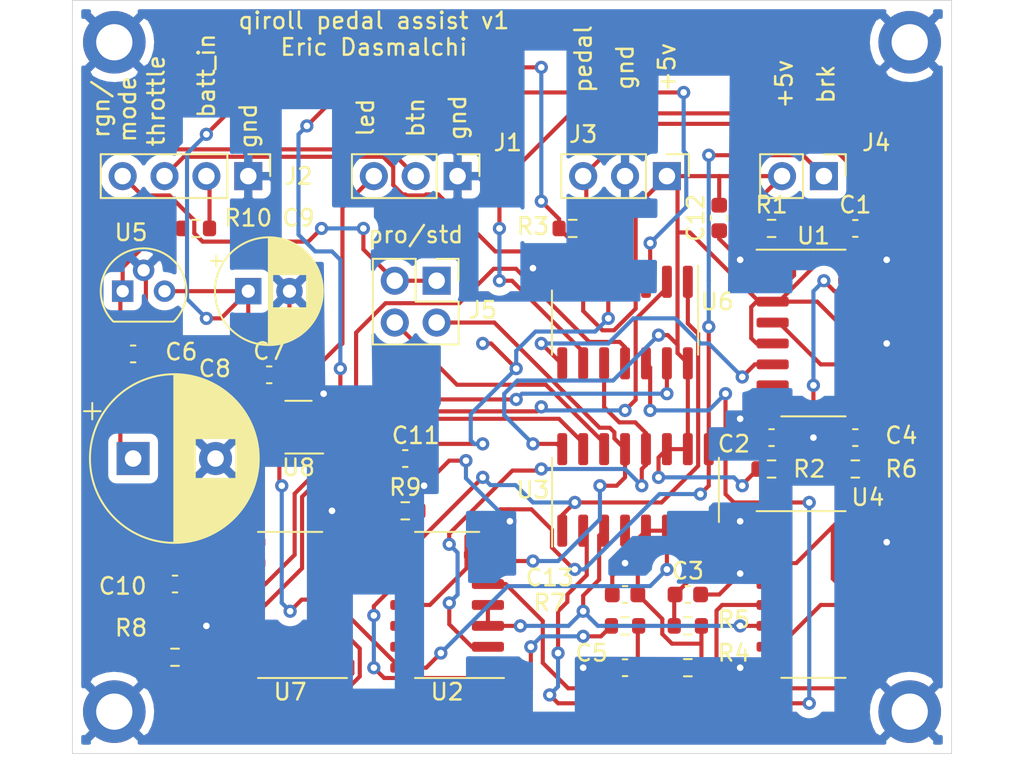
<source format=kicad_pcb>
(kicad_pcb (version 20171130) (host pcbnew "(5.1.10-1-10_14)")
  (layers (0 F.Cu signal) (31 B.Cu signal) (35 F.Paste user) (37 F.SilkS user) (38 B.Mask user) (39 F.Mask user) (44 Edge.Cuts user))
  (net 0 "")
  (net 1 GND)
  (net 2 "Net-(C1-Pad1)")
  (net 3 "Net-(C2-Pad1)")
  (net 4 "Net-(C3-Pad1)")
  (net 5 "Net-(C4-Pad1)")
  (net 6 "Net-(C5-Pad2)")
  (net 7 "Net-(C6-Pad1)")
  (net 8 "Net-(J1-Pad3)")
  (net 9 "Net-(J1-Pad2)")
  (net 10 "Net-(J2-Pad4)")
  (net 11 "Net-(J2-Pad3)")
  (net 12 "Net-(J3-Pad3)")
  (net 13 "Net-(U1-Pad10)")
  (net 14 "Net-(U1-Pad9)")
  (net 15 "Net-(U1-Pad7)")
  (net 16 "Net-(U1-Pad6)")
  (net 17 "Net-(U2-Pad5)")
  (net 18 "Net-(U2-Pad3)")
  (net 19 "Net-(U3-Pad15)")
  (net 20 "Net-(U4-Pad12)")
  (net 21 "Net-(U4-Pad9)")
  (net 22 VCC)
  (net 23 "Net-(C10-Pad2)")
  (net 24 "Net-(C10-Pad1)")
  (net 25 "Net-(C11-Pad2)")
  (net 26 BRK)
  (net 27 "Net-(R8-Pad2)")
  (net 28 "Net-(R9-Pad2)")
  (net 29 "Net-(U2-Pad1)")
  (net 30 PAS_ON)
  (net 31 PEDAL)
  (net 32 PAS_OFF)
  (net 33 "Net-(U6-Pad13)")
  (net 34 RGN_FLSH_2)
  (net 35 "Net-(U6-Pad3)")
  (net 36 RGN_FLSH)
  (net 37 "Net-(U7-Pad13)")
  (net 38 "Net-(J2-Pad2)")
  (net 39 "Net-(J5-Pad4)")
  (net 40 "Net-(J5-Pad2)")
  (module MountingHole:MountingHole_2.2mm_M2_DIN965_Pad (layer F.Cu) (at 113.792 85.852)
    (fp_text reference H4 hide)
    (fp_text value MountingHole_Pad)
    (pad 1 thru_hole circle (at 0 0) (size 3.8 3.8) (drill 2.2) (layers *.Cu *.Mask) (net 1 GND))
  )
  (module MountingHole:MountingHole_2.2mm_M2_DIN965_Pad (layer F.Cu) (at 162.052 85.852)
    (fp_text reference H3 hide)
    (fp_text value MountingHole_Pad)
    (pad 1 thru_hole circle (at 0 0) (size 3.8 3.8) (drill 2.2) (layers *.Cu *.Mask) (net 1 GND))
  )
  (module MountingHole:MountingHole_2.2mm_M2_DIN965_Pad (layer F.Cu) (at 113.792 45.212)
    (fp_text reference H2 hide)
    (fp_text value MountingHole_Pad)
    (pad 1 thru_hole circle (at 0 0) (size 3.8 3.8) (drill 2.2) (layers *.Cu *.Mask) (net 1 GND))
  )
  (module MountingHole:MountingHole_2.2mm_M2_DIN965_Pad (layer F.Cu) (at 162.052 45.212)
    (fp_text reference H1 hide)
    (fp_text value MountingHole_Pad)
    (pad 1 thru_hole circle (at 0 0) (size 3.8 3.8) (drill 2.2) (layers *.Cu *.Mask) (net 1 GND))
  )
  (module Connector_PinHeader_2.54mm:PinHeader_2x02_P2.54mm_Vertical (layer F.Cu) (at 133.35 59.69 270)
    (fp_text reference J5 (at 1.778 -2.794 180) (layer F.SilkS))
    (fp_text value jumper)
    (pad 4 thru_hole oval (at 2.54 2.54 270) (size 1.7 1.7) (drill 1) (layers *.Cu *.Mask) (net 39 "Net-(J5-Pad4)"))
    (pad 3 thru_hole oval (at 0 2.54 270) (size 1.7 1.7) (drill 1) (layers *.Cu *.Mask) (net 10 "Net-(J2-Pad4)"))
    (pad 2 thru_hole oval (at 2.54 0 270) (size 1.7 1.7) (drill 1) (layers *.Cu *.Mask) (net 40 "Net-(J5-Pad2)"))
    (pad 1 thru_hole rect (at 0 0 270) (size 1.7 1.7) (drill 1) (layers *.Cu *.Mask) (net 10 "Net-(J2-Pad4)"))
  )
  (module Package_SO:SOIC-16_3.9x9.9mm_P1.27mm (layer F.Cu) (at 156.21 62.865)
    (fp_text reference U1 (at 0 -5.9) (layer F.SilkS))
    (fp_text value 14538)
    (pad 16 smd roundrect (at 2.475 -4.445) (size 1.95 0.6) (layers F.Cu F.Paste F.Mask) (net 22 VCC))
    (pad 15 smd roundrect (at 2.475 -3.175) (size 1.95 0.6) (layers F.Cu F.Paste F.Mask) (net 1 GND))
    (pad 14 smd roundrect (at 2.475 -1.905) (size 1.95 0.6) (layers F.Cu F.Paste F.Mask) (net 3 "Net-(C2-Pad1)"))
    (pad 13 smd roundrect (at 2.475 -0.635) (size 1.95 0.6) (layers F.Cu F.Paste F.Mask) (net 22 VCC))
    (pad 12 smd roundrect (at 2.475 0.635) (size 1.95 0.6) (layers F.Cu F.Paste F.Mask) (net 1 GND))
    (pad 11 smd roundrect (at 2.475 1.905) (size 1.95 0.6) (layers F.Cu F.Paste F.Mask) (net 12 "Net-(J3-Pad3)"))
    (pad 10 smd roundrect (at 2.475 3.175) (size 1.95 0.6) (layers F.Cu F.Paste F.Mask) (net 13 "Net-(U1-Pad10)"))
    (pad 9 smd roundrect (at 2.475 4.445) (size 1.95 0.6) (layers F.Cu F.Paste F.Mask) (net 14 "Net-(U1-Pad9)"))
    (pad 8 smd roundrect (at -2.475 4.445) (size 1.95 0.6) (layers F.Cu F.Paste F.Mask) (net 1 GND))
    (pad 7 smd roundrect (at -2.475 3.175) (size 1.95 0.6) (layers F.Cu F.Paste F.Mask) (net 15 "Net-(U1-Pad7)"))
    (pad 6 smd roundrect (at -2.475 1.905) (size 1.95 0.6) (layers F.Cu F.Paste F.Mask) (net 16 "Net-(U1-Pad6)"))
    (pad 5 smd roundrect (at -2.475 0.635) (size 1.95 0.6) (layers F.Cu F.Paste F.Mask) (net 22 VCC))
    (pad 4 smd roundrect (at -2.475 -0.635) (size 1.95 0.6) (layers F.Cu F.Paste F.Mask) (net 12 "Net-(J3-Pad3)"))
    (pad 3 smd roundrect (at -2.475 -1.905) (size 1.95 0.6) (layers F.Cu F.Paste F.Mask) (net 22 VCC))
    (pad 2 smd roundrect (at -2.475 -3.175) (size 1.95 0.6) (layers F.Cu F.Paste F.Mask) (net 2 "Net-(C1-Pad1)"))
    (pad 1 smd roundrect (at -2.475 -4.445) (size 1.95 0.6) (layers F.Cu F.Paste F.Mask) (net 1 GND))
  )
  (module Resistor_SMD:R_0603_1608Metric (layer F.Cu) (at 118.745 56.515)
    (fp_text reference R10 (at 3.175 -0.635) (layer F.SilkS))
    (fp_text value 1.6k)
    (pad 2 smd roundrect (at 0.825 0) (size 0.8 0.95) (layers F.Cu F.Paste F.Mask) (net 38 "Net-(J2-Pad2)"))
    (pad 1 smd roundrect (at -0.825 0) (size 0.8 0.95) (layers F.Cu F.Paste F.Mask) (net 7 "Net-(C6-Pad1)"))
  )
  (module Package_SO:TSOP-5_1.65x3.05mm_P0.95mm (layer F.Cu) (at 124.968 68.58 180)
    (fp_text reference U8 (at 0 -2.45) (layer F.SilkS))
    (fp_text value 74VHC1G32)
    (pad 5 smd rect (at 1.16 -0.95 180) (size 0.7 0.51) (layers F.Cu F.Paste F.Mask) (net 22 VCC))
    (pad 4 smd rect (at 1.16 0.95 180) (size 0.7 0.51) (layers F.Cu F.Paste F.Mask) (net 8 "Net-(J1-Pad3)"))
    (pad 3 smd rect (at -1.16 0.95 180) (size 0.7 0.51) (layers F.Cu F.Paste F.Mask) (net 1 GND))
    (pad 2 smd rect (at -1.16 0 180) (size 0.7 0.51) (layers F.Cu F.Paste F.Mask) (net 35 "Net-(U6-Pad3)"))
    (pad 1 smd rect (at -1.16 -0.95 180) (size 0.7 0.51) (layers F.Cu F.Paste F.Mask) (net 34 RGN_FLSH_2))
  )
  (module Package_SO:SOIC-14_3.9x8.7mm_P1.27mm (layer F.Cu) (at 124.46 79.375 180)
    (fp_text reference U7 (at 0 -5.28) (layer F.SilkS))
    (fp_text value 4047)
    (pad 14 smd roundrect (at 2.475 -3.81 180) (size 1.95 0.6) (layers F.Cu F.Paste F.Mask) (net 22 VCC))
    (pad 13 smd roundrect (at 2.475 -2.54 180) (size 1.95 0.6) (layers F.Cu F.Paste F.Mask) (net 37 "Net-(U7-Pad13)"))
    (pad 12 smd roundrect (at 2.475 -1.27 180) (size 1.95 0.6) (layers F.Cu F.Paste F.Mask) (net 1 GND))
    (pad 11 smd roundrect (at 2.475 0 180) (size 1.95 0.6) (layers F.Cu F.Paste F.Mask) (net 36 RGN_FLSH))
    (pad 10 smd roundrect (at 2.475 1.27 180) (size 1.95 0.6) (layers F.Cu F.Paste F.Mask) (net 33 "Net-(U6-Pad13)"))
    (pad 9 smd roundrect (at 2.475 2.54 180) (size 1.95 0.6) (layers F.Cu F.Paste F.Mask) (net 1 GND))
    (pad 8 smd roundrect (at 2.475 3.81 180) (size 1.95 0.6) (layers F.Cu F.Paste F.Mask) (net 1 GND))
    (pad 7 smd roundrect (at -2.475 3.81 180) (size 1.95 0.6) (layers F.Cu F.Paste F.Mask) (net 1 GND))
    (pad 6 smd roundrect (at -2.475 2.54 180) (size 1.95 0.6) (layers F.Cu F.Paste F.Mask) (net 22 VCC))
    (pad 5 smd roundrect (at -2.475 1.27 180) (size 1.95 0.6) (layers F.Cu F.Paste F.Mask) (net 19 "Net-(U3-Pad15)"))
    (pad 4 smd roundrect (at -2.475 0 180) (size 1.95 0.6) (layers F.Cu F.Paste F.Mask) (net 22 VCC))
    (pad 3 smd roundrect (at -2.475 -1.27 180) (size 1.95 0.6) (layers F.Cu F.Paste F.Mask) (net 23 "Net-(C10-Pad2)"))
    (pad 2 smd roundrect (at -2.475 -2.54 180) (size 1.95 0.6) (layers F.Cu F.Paste F.Mask) (net 27 "Net-(R8-Pad2)"))
    (pad 1 smd roundrect (at -2.475 -3.81 180) (size 1.95 0.6) (layers F.Cu F.Paste F.Mask) (net 24 "Net-(C10-Pad1)"))
  )
  (module Package_SO:SOIC-14_3.9x8.7mm_P1.27mm (layer F.Cu) (at 144.78 62.23 270)
    (fp_text reference U6 (at -1.27 -5.588 180) (layer F.SilkS))
    (fp_text value 4081)
    (pad 14 smd roundrect (at 2.475 -3.81 270) (size 1.95 0.6) (layers F.Cu F.Paste F.Mask) (net 22 VCC))
    (pad 13 smd roundrect (at 2.475 -2.54 270) (size 1.95 0.6) (layers F.Cu F.Paste F.Mask) (net 33 "Net-(U6-Pad13)"))
    (pad 12 smd roundrect (at 2.475 -1.27 270) (size 1.95 0.6) (layers F.Cu F.Paste F.Mask) (net 32 PAS_OFF))
    (pad 11 smd roundrect (at 2.475 0 270) (size 1.95 0.6) (layers F.Cu F.Paste F.Mask) (net 34 RGN_FLSH_2))
    (pad 10 smd roundrect (at 2.475 1.27 270) (size 1.95 0.6) (layers F.Cu F.Paste F.Mask) (net 31 PEDAL))
    (pad 9 smd roundrect (at 2.475 2.54 270) (size 1.95 0.6) (layers F.Cu F.Paste F.Mask) (net 13 "Net-(U1-Pad10)"))
    (pad 8 smd roundrect (at 2.475 3.81 270) (size 1.95 0.6) (layers F.Cu F.Paste F.Mask) (net 16 "Net-(U1-Pad6)"))
    (pad 7 smd roundrect (at -2.475 3.81 270) (size 1.95 0.6) (layers F.Cu F.Paste F.Mask) (net 1 GND))
    (pad 6 smd roundrect (at -2.475 2.54 270) (size 1.95 0.6) (layers F.Cu F.Paste F.Mask) (net 22 VCC))
    (pad 5 smd roundrect (at -2.475 1.27 270) (size 1.95 0.6) (layers F.Cu F.Paste F.Mask) (net 25 "Net-(C11-Pad2)"))
    (pad 4 smd roundrect (at -2.475 0 270) (size 1.95 0.6) (layers F.Cu F.Paste F.Mask) (net 11 "Net-(J2-Pad3)"))
    (pad 3 smd roundrect (at -2.475 -1.27 270) (size 1.95 0.6) (layers F.Cu F.Paste F.Mask) (net 35 "Net-(U6-Pad3)"))
    (pad 2 smd roundrect (at -2.475 -2.54 270) (size 1.95 0.6) (layers F.Cu F.Paste F.Mask) (net 36 RGN_FLSH))
    (pad 1 smd roundrect (at -2.475 -3.81 270) (size 1.95 0.6) (layers F.Cu F.Paste F.Mask) (net 30 PAS_ON))
  )
  (module Package_TO_SOT_THT:TO-92 (layer F.Cu) (at 114.3 60.325)
    (fp_text reference U5 (at 0.508 -3.56) (layer F.SilkS))
    (fp_text value L7805)
    (pad 1 thru_hole rect (at 0 0) (size 1.3 1.3) (drill 0.75) (layers *.Cu *.Mask) (net 7 "Net-(C6-Pad1)"))
    (pad 3 thru_hole circle (at 2.54 0) (size 1.3 1.3) (drill 0.75) (layers *.Cu *.Mask) (net 22 VCC))
    (pad 2 thru_hole circle (at 1.27 -1.27) (size 1.3 1.3) (drill 0.75) (layers *.Cu *.Mask) (net 1 GND))
  )
  (module Package_SO:SOIC-16_3.9x9.9mm_P1.27mm (layer F.Cu) (at 156.21 78.74)
    (fp_text reference U4 (at 3.302 -5.9) (layer F.SilkS))
    (fp_text value 14538)
    (pad 16 smd roundrect (at 2.475 -4.445) (size 1.95 0.6) (layers F.Cu F.Paste F.Mask) (net 22 VCC))
    (pad 15 smd roundrect (at 2.475 -3.175) (size 1.95 0.6) (layers F.Cu F.Paste F.Mask) (net 1 GND))
    (pad 14 smd roundrect (at 2.475 -1.905) (size 1.95 0.6) (layers F.Cu F.Paste F.Mask) (net 5 "Net-(C4-Pad1)"))
    (pad 13 smd roundrect (at 2.475 -0.635) (size 1.95 0.6) (layers F.Cu F.Paste F.Mask) (net 22 VCC))
    (pad 12 smd roundrect (at 2.475 0.635) (size 1.95 0.6) (layers F.Cu F.Paste F.Mask) (net 20 "Net-(U4-Pad12)"))
    (pad 11 smd roundrect (at 2.475 1.905) (size 1.95 0.6) (layers F.Cu F.Paste F.Mask) (net 22 VCC))
    (pad 10 smd roundrect (at 2.475 3.175) (size 1.95 0.6) (layers F.Cu F.Paste F.Mask) (net 17 "Net-(U2-Pad5)"))
    (pad 9 smd roundrect (at 2.475 4.445) (size 1.95 0.6) (layers F.Cu F.Paste F.Mask) (net 21 "Net-(U4-Pad9)"))
    (pad 8 smd roundrect (at -2.475 4.445) (size 1.95 0.6) (layers F.Cu F.Paste F.Mask) (net 1 GND))
    (pad 7 smd roundrect (at -2.475 3.175) (size 1.95 0.6) (layers F.Cu F.Paste F.Mask) (net 20 "Net-(U4-Pad12)"))
    (pad 6 smd roundrect (at -2.475 1.905) (size 1.95 0.6) (layers F.Cu F.Paste F.Mask) (net 18 "Net-(U2-Pad3)"))
    (pad 5 smd roundrect (at -2.475 0.635) (size 1.95 0.6) (layers F.Cu F.Paste F.Mask) (net 6 "Net-(C5-Pad2)"))
    (pad 4 smd roundrect (at -2.475 -0.635) (size 1.95 0.6) (layers F.Cu F.Paste F.Mask) (net 1 GND))
    (pad 3 smd roundrect (at -2.475 -1.905) (size 1.95 0.6) (layers F.Cu F.Paste F.Mask) (net 22 VCC))
    (pad 2 smd roundrect (at -2.475 -3.175) (size 1.95 0.6) (layers F.Cu F.Paste F.Mask) (net 4 "Net-(C3-Pad1)"))
    (pad 1 smd roundrect (at -2.475 -4.445) (size 1.95 0.6) (layers F.Cu F.Paste F.Mask) (net 1 GND))
  )
  (module Package_SO:SOIC-16_3.9x9.9mm_P1.27mm (layer F.Cu) (at 145.415 72.39 90)
    (fp_text reference U3 (at 0 -6.223 180) (layer F.SilkS))
    (fp_text value 4027)
    (pad 16 smd roundrect (at 2.475 -4.445 90) (size 1.95 0.6) (layers F.Cu F.Paste F.Mask) (net 22 VCC))
    (pad 15 smd roundrect (at 2.475 -3.175 90) (size 1.95 0.6) (layers F.Cu F.Paste F.Mask) (net 19 "Net-(U3-Pad15)"))
    (pad 14 smd roundrect (at 2.475 -1.905 90) (size 1.95 0.6) (layers F.Cu F.Paste F.Mask) (net 39 "Net-(J5-Pad4)"))
    (pad 13 smd roundrect (at 2.475 -0.635 90) (size 1.95 0.6) (layers F.Cu F.Paste F.Mask) (net 40 "Net-(J5-Pad2)"))
    (pad 12 smd roundrect (at 2.475 0.635 90) (size 1.95 0.6) (layers F.Cu F.Paste F.Mask) (net 31 PEDAL))
    (pad 11 smd roundrect (at 2.475 1.905 90) (size 1.95 0.6) (layers F.Cu F.Paste F.Mask) (net 22 VCC))
    (pad 10 smd roundrect (at 2.475 3.175 90) (size 1.95 0.6) (layers F.Cu F.Paste F.Mask) (net 22 VCC))
    (pad 9 smd roundrect (at 2.475 4.445 90) (size 1.95 0.6) (layers F.Cu F.Paste F.Mask) (net 26 BRK))
    (pad 8 smd roundrect (at -2.475 4.445 90) (size 1.95 0.6) (layers F.Cu F.Paste F.Mask) (net 1 GND))
    (pad 7 smd roundrect (at -2.475 3.175 90) (size 1.95 0.6) (layers F.Cu F.Paste F.Mask) (net 1 GND))
    (pad 6 smd roundrect (at -2.475 1.905 90) (size 1.95 0.6) (layers F.Cu F.Paste F.Mask) (net 22 VCC))
    (pad 5 smd roundrect (at -2.475 0.635 90) (size 1.95 0.6) (layers F.Cu F.Paste F.Mask) (net 22 VCC))
    (pad 4 smd roundrect (at -2.475 -0.635 90) (size 1.95 0.6) (layers F.Cu F.Paste F.Mask) (net 1 GND))
    (pad 3 smd roundrect (at -2.475 -1.905 90) (size 1.95 0.6) (layers F.Cu F.Paste F.Mask) (net 18 "Net-(U2-Pad3)"))
    (pad 2 smd roundrect (at -2.475 -3.175 90) (size 1.95 0.6) (layers F.Cu F.Paste F.Mask) (net 32 PAS_OFF))
    (pad 1 smd roundrect (at -2.475 -4.445 90) (size 1.95 0.6) (layers F.Cu F.Paste F.Mask) (net 30 PAS_ON))
  )
  (module Package_SO:SOIC-14_3.9x8.7mm_P1.27mm (layer F.Cu) (at 133.985 79.375 180)
    (fp_text reference U2 (at 0 -5.28) (layer F.SilkS))
    (fp_text value 4023)
    (pad 14 smd roundrect (at 2.475 -3.81 180) (size 1.95 0.6) (layers F.Cu F.Paste F.Mask) (net 22 VCC))
    (pad 13 smd roundrect (at 2.475 -2.54 180) (size 1.95 0.6) (layers F.Cu F.Paste F.Mask) (net 26 BRK))
    (pad 12 smd roundrect (at 2.475 -1.27 180) (size 1.95 0.6) (layers F.Cu F.Paste F.Mask) (net 26 BRK))
    (pad 11 smd roundrect (at 2.475 0 180) (size 1.95 0.6) (layers F.Cu F.Paste F.Mask) (net 26 BRK))
    (pad 10 smd roundrect (at 2.475 1.27 180) (size 1.95 0.6) (layers F.Cu F.Paste F.Mask) (net 29 "Net-(U2-Pad1)"))
    (pad 9 smd roundrect (at 2.475 2.54 180) (size 1.95 0.6) (layers F.Cu F.Paste F.Mask) (net 28 "Net-(R9-Pad2)"))
    (pad 8 smd roundrect (at 2.475 3.81 180) (size 1.95 0.6) (layers F.Cu F.Paste F.Mask) (net 30 PAS_ON))
    (pad 7 smd roundrect (at -2.475 3.81 180) (size 1.95 0.6) (layers F.Cu F.Paste F.Mask) (net 1 GND))
    (pad 6 smd roundrect (at -2.475 2.54 180) (size 1.95 0.6) (layers F.Cu F.Paste F.Mask) (net 40 "Net-(J5-Pad2)"))
    (pad 5 smd roundrect (at -2.475 1.27 180) (size 1.95 0.6) (layers F.Cu F.Paste F.Mask) (net 17 "Net-(U2-Pad5)"))
    (pad 4 smd roundrect (at -2.475 0 180) (size 1.95 0.6) (layers F.Cu F.Paste F.Mask) (net 18 "Net-(U2-Pad3)"))
    (pad 3 smd roundrect (at -2.475 -1.27 180) (size 1.95 0.6) (layers F.Cu F.Paste F.Mask) (net 18 "Net-(U2-Pad3)"))
    (pad 2 smd roundrect (at -2.475 -2.54 180) (size 1.95 0.6) (layers F.Cu F.Paste F.Mask) (net 31 PEDAL))
    (pad 1 smd roundrect (at -2.475 -3.81 180) (size 1.95 0.6) (layers F.Cu F.Paste F.Mask) (net 29 "Net-(U2-Pad1)"))
  )
  (module Resistor_SMD:R_0603_1608Metric (layer F.Cu) (at 131.445 73.66)
    (fp_text reference R9 (at 0 -1.43) (layer F.SilkS))
    (fp_text value 392K)
    (pad 2 smd roundrect (at 0.825 0) (size 0.8 0.95) (layers F.Cu F.Paste F.Mask) (net 28 "Net-(R9-Pad2)"))
    (pad 1 smd roundrect (at -0.825 0) (size 0.8 0.95) (layers F.Cu F.Paste F.Mask) (net 25 "Net-(C11-Pad2)"))
  )
  (module Resistor_SMD:R_0603_1608Metric (layer F.Cu) (at 117.475 82.55)
    (fp_text reference R8 (at -2.667 -1.778) (layer F.SilkS))
    (fp_text value 100k)
    (pad 2 smd roundrect (at 0.825 0) (size 0.8 0.95) (layers F.Cu F.Paste F.Mask) (net 27 "Net-(R8-Pad2)"))
    (pad 1 smd roundrect (at -0.825 0) (size 0.8 0.95) (layers F.Cu F.Paste F.Mask) (net 23 "Net-(C10-Pad2)"))
  )
  (module Resistor_SMD:R_0603_1608Metric (layer F.Cu) (at 144.78 80.645)
    (fp_text reference R7 (at -4.572 -1.397) (layer F.SilkS))
    (fp_text value 10k)
    (pad 2 smd roundrect (at 0.825 0) (size 0.8 0.95) (layers F.Cu F.Paste F.Mask) (net 6 "Net-(C5-Pad2)"))
    (pad 1 smd roundrect (at -0.825 0) (size 0.8 0.95) (layers F.Cu F.Paste F.Mask) (net 9 "Net-(J1-Pad2)"))
  )
  (module Resistor_SMD:R_0603_1608Metric (layer F.Cu) (at 158.75 71.12)
    (fp_text reference R6 (at 2.794 0) (layer F.SilkS))
    (fp_text value 392k)
    (pad 2 smd roundrect (at 0.825 0) (size 0.8 0.95) (layers F.Cu F.Paste F.Mask) (net 5 "Net-(C4-Pad1)"))
    (pad 1 smd roundrect (at -0.825 0) (size 0.8 0.95) (layers F.Cu F.Paste F.Mask) (net 22 VCC))
  )
  (module Resistor_SMD:R_0603_1608Metric (layer F.Cu) (at 148.59 80.645 180)
    (fp_text reference R5 (at -2.794 0.381) (layer F.SilkS))
    (fp_text value 100k)
    (pad 2 smd roundrect (at 0.825 0 180) (size 0.8 0.95) (layers F.Cu F.Paste F.Mask) (net 4 "Net-(C3-Pad1)"))
    (pad 1 smd roundrect (at -0.825 0 180) (size 0.8 0.95) (layers F.Cu F.Paste F.Mask) (net 22 VCC))
  )
  (module Resistor_SMD:R_0603_1608Metric (layer F.Cu) (at 148.59 83.185 180)
    (fp_text reference R4 (at -2.794 0.889) (layer F.SilkS))
    (fp_text value 100k)
    (pad 2 smd roundrect (at 0.825 0 180) (size 0.8 0.95) (layers F.Cu F.Paste F.Mask) (net 6 "Net-(C5-Pad2)"))
    (pad 1 smd roundrect (at -0.825 0 180) (size 0.8 0.95) (layers F.Cu F.Paste F.Mask) (net 22 VCC))
  )
  (module Resistor_SMD:R_0603_1608Metric (layer F.Cu) (at 141.605 56.515)
    (fp_text reference R3 (at -2.413 -0.127) (layer F.SilkS))
    (fp_text value 10k)
    (pad 2 smd roundrect (at 0.825 0) (size 0.8 0.95) (layers F.Cu F.Paste F.Mask) (net 12 "Net-(J3-Pad3)"))
    (pad 1 smd roundrect (at -0.825 0) (size 0.8 0.95) (layers F.Cu F.Paste F.Mask) (net 22 VCC))
  )
  (module Resistor_SMD:R_0603_1608Metric (layer F.Cu) (at 153.67 71.12)
    (fp_text reference R2 (at 2.286 0) (layer F.SilkS))
    (fp_text value 200k)
    (pad 2 smd roundrect (at 0.825 0) (size 0.8 0.95) (layers F.Cu F.Paste F.Mask) (net 3 "Net-(C2-Pad1)"))
    (pad 1 smd roundrect (at -0.825 0) (size 0.8 0.95) (layers F.Cu F.Paste F.Mask) (net 22 VCC))
  )
  (module Resistor_SMD:R_0603_1608Metric (layer F.Cu) (at 153.67 56.515)
    (fp_text reference R1 (at 0 -1.43) (layer F.SilkS))
    (fp_text value 200k)
    (pad 2 smd roundrect (at 0.825 0) (size 0.8 0.95) (layers F.Cu F.Paste F.Mask) (net 2 "Net-(C1-Pad1)"))
    (pad 1 smd roundrect (at -0.825 0) (size 0.8 0.95) (layers F.Cu F.Paste F.Mask) (net 22 VCC))
  )
  (module Connector_PinHeader_2.54mm:PinHeader_1x02_P2.54mm_Vertical (layer F.Cu) (at 156.845 53.34 270)
    (fp_text reference J4 (at -2.032 -3.175 180) (layer F.SilkS))
    (fp_text value brk_sense)
    (pad 2 thru_hole oval (at 0 2.54 270) (size 1.7 1.7) (drill 1) (layers *.Cu *.Mask) (net 22 VCC))
    (pad 1 thru_hole rect (at 0 0 270) (size 1.7 1.7) (drill 1) (layers *.Cu *.Mask) (net 26 BRK))
  )
  (module Connector_PinHeader_2.54mm:PinHeader_1x03_P2.54mm_Vertical (layer F.Cu) (at 147.32 53.34 270)
    (fp_text reference J3 (at -2.54 5.08 180) (layer F.SilkS))
    (fp_text value pas_sense)
    (pad 3 thru_hole oval (at 0 5.08 270) (size 1.7 1.7) (drill 1) (layers *.Cu *.Mask) (net 12 "Net-(J3-Pad3)"))
    (pad 2 thru_hole oval (at 0 2.54 270) (size 1.7 1.7) (drill 1) (layers *.Cu *.Mask) (net 1 GND))
    (pad 1 thru_hole rect (at 0 0 270) (size 1.7 1.7) (drill 1) (layers *.Cu *.Mask) (net 22 VCC))
  )
  (module Connector_PinHeader_2.54mm:PinHeader_1x04_P2.54mm_Vertical (layer F.Cu) (at 121.92 53.34 270)
    (fp_text reference J2 (at 0 -3.048 180) (layer F.SilkS))
    (fp_text value mode_thr_batt)
    (pad 4 thru_hole oval (at 0 7.62 270) (size 1.7 1.7) (drill 1) (layers *.Cu *.Mask) (net 10 "Net-(J2-Pad4)"))
    (pad 3 thru_hole oval (at 0 5.08 270) (size 1.7 1.7) (drill 1) (layers *.Cu *.Mask) (net 11 "Net-(J2-Pad3)"))
    (pad 2 thru_hole oval (at 0 2.54 270) (size 1.7 1.7) (drill 1) (layers *.Cu *.Mask) (net 38 "Net-(J2-Pad2)"))
    (pad 1 thru_hole rect (at 0 0 270) (size 1.7 1.7) (drill 1) (layers *.Cu *.Mask) (net 1 GND))
  )
  (module Connector_PinHeader_2.54mm:PinHeader_1x03_P2.54mm_Vertical (layer F.Cu) (at 134.62 53.34 270)
    (fp_text reference J1 (at -2.032 -3.048 180) (layer F.SilkS))
    (fp_text value led_sw1)
    (pad 3 thru_hole oval (at 0 5.08 270) (size 1.7 1.7) (drill 1) (layers *.Cu *.Mask) (net 8 "Net-(J1-Pad3)"))
    (pad 2 thru_hole oval (at 0 2.54 270) (size 1.7 1.7) (drill 1) (layers *.Cu *.Mask) (net 9 "Net-(J1-Pad2)"))
    (pad 1 thru_hole rect (at 0 0 270) (size 1.7 1.7) (drill 1) (layers *.Cu *.Mask) (net 1 GND))
  )
  (module Capacitor_SMD:C_0603_1608Metric (layer F.Cu) (at 144.78 78.74)
    (fp_text reference C13 (at -4.572 -1.016) (layer F.SilkS))
    (fp_text value .1u)
    (pad 2 smd roundrect (at 0.775 0) (size 0.9 0.95) (layers F.Cu F.Paste F.Mask) (net 22 VCC))
    (pad 1 smd roundrect (at -0.775 0) (size 0.9 0.95) (layers F.Cu F.Paste F.Mask) (net 1 GND))
  )
  (module Capacitor_SMD:C_0603_1608Metric (layer F.Cu) (at 150.495 55.88 90)
    (fp_text reference C12 (at 0 -1.43 90) (layer F.SilkS))
    (fp_text value .1u)
    (pad 2 smd roundrect (at 0.775 0 90) (size 0.9 0.95) (layers F.Cu F.Paste F.Mask) (net 22 VCC))
    (pad 1 smd roundrect (at -0.775 0 90) (size 0.9 0.95) (layers F.Cu F.Paste F.Mask) (net 1 GND))
  )
  (module Capacitor_SMD:C_0603_1608Metric (layer F.Cu) (at 131.445 70.485 180)
    (fp_text reference C11 (at -0.635 1.397) (layer F.SilkS))
    (fp_text value 1u)
    (pad 2 smd roundrect (at 0.775 0 180) (size 0.9 0.95) (layers F.Cu F.Paste F.Mask) (net 25 "Net-(C11-Pad2)"))
    (pad 1 smd roundrect (at -0.775 0 180) (size 0.9 0.95) (layers F.Cu F.Paste F.Mask) (net 1 GND))
  )
  (module Capacitor_SMD:C_0603_1608Metric (layer F.Cu) (at 117.475 78.105 180)
    (fp_text reference C10 (at 3.175 -0.127) (layer F.SilkS))
    (fp_text value 0.47u)
    (pad 2 smd roundrect (at 0.775 0 180) (size 0.9 0.95) (layers F.Cu F.Paste F.Mask) (net 23 "Net-(C10-Pad2)"))
    (pad 1 smd roundrect (at -0.775 0 180) (size 0.9 0.95) (layers F.Cu F.Paste F.Mask) (net 24 "Net-(C10-Pad1)"))
  )
  (module Capacitor_THT:CP_Radial_D6.3mm_P2.50mm (layer F.Cu) (at 121.92 60.325)
    (fp_text reference C9 (at 3.048 -4.445) (layer F.SilkS))
    (fp_text value 200u)
    (pad 2 thru_hole circle (at 2.5 0) (size 1.6 1.6) (drill 0.8) (layers *.Cu *.Mask) (net 1 GND))
    (pad 1 thru_hole rect (at 0 0) (size 1.6 1.6) (drill 0.8) (layers *.Cu *.Mask) (net 22 VCC))
  )
  (module Capacitor_THT:CP_Radial_D10.0mm_P5.00mm (layer F.Cu) (at 114.935 70.485)
    (fp_text reference C8 (at 4.953 -5.461) (layer F.SilkS))
    (fp_text value 150u)
    (pad 2 thru_hole circle (at 5 0) (size 2 2) (drill 1) (layers *.Cu *.Mask) (net 1 GND))
    (pad 1 thru_hole rect (at 0 0) (size 2 2) (drill 1) (layers *.Cu *.Mask) (net 7 "Net-(C6-Pad1)"))
  )
  (module Capacitor_SMD:C_0603_1608Metric (layer F.Cu) (at 123.19 65.405)
    (fp_text reference C7 (at 0 -1.43) (layer F.SilkS))
    (fp_text value .1u)
    (pad 2 smd roundrect (at 0.775 0) (size 0.9 0.95) (layers F.Cu F.Paste F.Mask) (net 1 GND))
    (pad 1 smd roundrect (at -0.775 0) (size 0.9 0.95) (layers F.Cu F.Paste F.Mask) (net 22 VCC))
  )
  (module Capacitor_SMD:C_0603_1608Metric (layer F.Cu) (at 114.935 64.135)
    (fp_text reference C6 (at 2.921 -0.127) (layer F.SilkS))
    (fp_text value 0.47u)
    (pad 2 smd roundrect (at 0.775 0) (size 0.9 0.95) (layers F.Cu F.Paste F.Mask) (net 1 GND))
    (pad 1 smd roundrect (at -0.775 0) (size 0.9 0.95) (layers F.Cu F.Paste F.Mask) (net 7 "Net-(C6-Pad1)"))
  )
  (module Capacitor_SMD:C_0603_1608Metric (layer F.Cu) (at 144.78 83.185)
    (fp_text reference C5 (at -2.032 -0.889) (layer F.SilkS))
    (fp_text value 1u)
    (pad 2 smd roundrect (at 0.775 0) (size 0.9 0.95) (layers F.Cu F.Paste F.Mask) (net 6 "Net-(C5-Pad2)"))
    (pad 1 smd roundrect (at -0.775 0) (size 0.9 0.95) (layers F.Cu F.Paste F.Mask) (net 1 GND))
  )
  (module Capacitor_SMD:C_0603_1608Metric (layer F.Cu) (at 158.75 69.215 180)
    (fp_text reference C4 (at -2.794 0.127) (layer F.SilkS))
    (fp_text value 1u)
    (pad 2 smd roundrect (at 0.775 0 180) (size 0.9 0.95) (layers F.Cu F.Paste F.Mask) (net 1 GND))
    (pad 1 smd roundrect (at -0.775 0 180) (size 0.9 0.95) (layers F.Cu F.Paste F.Mask) (net 5 "Net-(C4-Pad1)"))
  )
  (module Capacitor_SMD:C_0603_1608Metric (layer F.Cu) (at 148.59 78.74)
    (fp_text reference C3 (at 0 -1.43) (layer F.SilkS))
    (fp_text value 0.47u)
    (pad 2 smd roundrect (at 0.775 0) (size 0.9 0.95) (layers F.Cu F.Paste F.Mask) (net 1 GND))
    (pad 1 smd roundrect (at -0.775 0) (size 0.9 0.95) (layers F.Cu F.Paste F.Mask) (net 4 "Net-(C3-Pad1)"))
  )
  (module Capacitor_SMD:C_0603_1608Metric (layer F.Cu) (at 153.67 69.215 180)
    (fp_text reference C2 (at 2.286 -0.381) (layer F.SilkS))
    (fp_text value 1u)
    (pad 2 smd roundrect (at 0.775 0 180) (size 0.9 0.95) (layers F.Cu F.Paste F.Mask) (net 1 GND))
    (pad 1 smd roundrect (at -0.775 0 180) (size 0.9 0.95) (layers F.Cu F.Paste F.Mask) (net 3 "Net-(C2-Pad1)"))
  )
  (module Capacitor_SMD:C_0603_1608Metric (layer F.Cu) (at 158.75 56.515)
    (fp_text reference C1 (at 0 -1.43) (layer F.SilkS))
    (fp_text value 1u)
    (pad 2 smd roundrect (at 0.775 0) (size 0.9 0.95) (layers F.Cu F.Paste F.Mask) (net 1 GND))
    (pad 1 smd roundrect (at -0.775 0) (size 0.9 0.95) (layers F.Cu F.Paste F.Mask) (net 2 "Net-(C1-Pad1)"))
  )
  (gr_text "qiroll pedal assist v1\nEric Dasmalchi" (at 129.54 44.704) (layer F.SilkS) (effects (font (size 1 1))))
  (gr_text pedal (at 142.24 46.228 90) (layer F.SilkS) (effects (font (size 1 1))))
  (gr_text btn (at 132.08 49.784 90) (layer F.SilkS) (effects (font (size 1 1))))
  (gr_text led (at 129.032 49.784 90) (layer F.SilkS) (effects (font (size 1 1))))
  (gr_text +5v (at 147.32 46.736 90) (layer F.SilkS) (effects (font (size 1 1))))
  (gr_text +5v (at 154.432 47.752 90) (layer F.SilkS) (effects (font (size 1 1))))
  (gr_text brk (at 156.972 47.752 90) (layer F.SilkS) (effects (font (size 1 1))))
  (gr_text gnd (at 144.78 46.736 90) (layer F.SilkS) (effects (font (size 1 1))))
  (gr_text gnd (at 134.62 49.784 90) (layer F.SilkS) (effects (font (size 1 1))))
  (gr_text gnd (at 121.92 50.292 90) (layer F.SilkS) (effects (font (size 1 1))))
  (gr_text batt_in (at 119.38 47.244 90) (layer F.SilkS) (effects (font (size 1 1))))
  (gr_text throttle (at 116.332 48.768 90) (layer F.SilkS) (effects (font (size 1 1))))
  (gr_text "rgn/\nmode" (at 113.792 49.276 90) (layer F.SilkS) (effects (font (size 1 1))))
  (gr_text pro/std (at 132.08 56.896) (layer F.SilkS) (effects (font (size 1 1))))
  (gr_line (start 164.592 42.672) (end 111.252 42.672) (layer Edge.Cuts) (width 0.05))
  (gr_line (start 164.592 88.392) (end 164.592 42.672) (layer Edge.Cuts) (width 0.05))
  (gr_line (start 111.252 88.392) (end 164.592 88.392) (layer Edge.Cuts) (width 0.05))
  (gr_line (start 111.252 42.672) (end 111.252 88.392) (layer Edge.Cuts) (width 0.05))
  (via (at 126.492 66.548) (size 0.8) (drill 0.4) (layers F.Cu B.Cu) (net 1))
  (via (at 160.655 58.42) (size 0.8) (drill 0.4) (layers F.Cu B.Cu) (net 1))
  (via (at 151.765 58.42) (size 0.8) (drill 0.4) (layers F.Cu B.Cu) (net 1))
  (via (at 139.192 58.928) (size 0.8) (drill 0.4) (layers F.Cu B.Cu) (net 1))
  (via (at 151.765 68.072) (size 0.8) (drill 0.4) (layers F.Cu B.Cu) (net 1))
  (via (at 151.765 74.295) (size 0.8) (drill 0.4) (layers F.Cu B.Cu) (net 1))
  (via (at 144.78 76.835) (size 0.8) (drill 0.4) (layers F.Cu B.Cu) (net 1))
  (via (at 151.765 83.185) (size 0.8) (drill 0.4) (layers F.Cu B.Cu) (net 1))
  (via (at 160.655 75.565) (size 0.8) (drill 0.4) (layers F.Cu B.Cu) (net 1))
  (via (at 137.795 74.295) (size 0.8) (drill 0.4) (layers F.Cu B.Cu) (net 1))
  (via (at 151.765 77.47) (size 0.8) (drill 0.4) (layers F.Cu B.Cu) (net 1))
  (via (at 160.655 63.5) (size 0.8) (drill 0.4) (layers F.Cu B.Cu) (net 1))
  (via (at 156.21 69.215) (size 0.8) (drill 0.4) (layers F.Cu B.Cu) (net 1))
  (via (at 142.24 83.185) (size 0.8) (drill 0.4) (layers F.Cu B.Cu) (net 1))
  (via (at 119.38 80.645) (size 0.8) (drill 0.4) (layers F.Cu B.Cu) (net 1))
  (via (at 127 73.66) (size 0.8) (drill 0.4) (layers F.Cu B.Cu) (net 1))
  (segment (start 124.42 64.95) (end 123.965 65.405) (width 0.25) (layer F.Cu) (net 1))
  (segment (start 124.42 60.325) (end 124.42 64.95) (width 0.25) (layer F.Cu) (net 1))
  (segment (start 115.71 59.195) (end 115.57 59.055) (width 0.25) (layer F.Cu) (net 1))
  (segment (start 115.71 64.135) (end 115.71 59.195) (width 0.25) (layer F.Cu) (net 1))
  (segment (start 126.935 73.725) (end 127 73.66) (width 0.25) (layer F.Cu) (net 1))
  (segment (start 126.935 75.565) (end 126.935 73.725) (width 0.25) (layer F.Cu) (net 1))
  (segment (start 121.985 76.835) (end 121.985 75.565) (width 0.25) (layer F.Cu) (net 1))
  (segment (start 121.985 72.535) (end 119.935 70.485) (width 0.25) (layer F.Cu) (net 1))
  (segment (start 121.985 75.565) (end 121.985 72.535) (width 0.25) (layer F.Cu) (net 1))
  (segment (start 150.495 57.15) (end 151.765 58.42) (width 0.25) (layer F.Cu) (net 1))
  (segment (start 150.495 56.655) (end 150.495 57.15) (width 0.25) (layer F.Cu) (net 1))
  (segment (start 151.765 58.42) (end 153.735 58.42) (width 0.25) (layer F.Cu) (net 1))
  (segment (start 160.655 58.695) (end 160.655 58.42) (width 0.25) (layer F.Cu) (net 1))
  (segment (start 159.66 59.69) (end 160.655 58.695) (width 0.25) (layer F.Cu) (net 1))
  (segment (start 158.685 59.69) (end 159.66 59.69) (width 0.25) (layer F.Cu) (net 1))
  (segment (start 160.655 57.645) (end 159.525 56.515) (width 0.25) (layer F.Cu) (net 1))
  (segment (start 160.655 58.42) (end 160.655 57.645) (width 0.25) (layer F.Cu) (net 1))
  (segment (start 158.685 63.5) (end 160.655 63.5) (width 0.25) (layer F.Cu) (net 1))
  (segment (start 157.975 69.215) (end 156.21 69.215) (width 0.25) (layer F.Cu) (net 1))
  (segment (start 153.735 68.375) (end 152.895 69.215) (width 0.25) (layer F.Cu) (net 1))
  (segment (start 153.735 67.31) (end 153.735 68.375) (width 0.25) (layer F.Cu) (net 1))
  (segment (start 158.685 75.565) (end 160.655 75.565) (width 0.25) (layer F.Cu) (net 1))
  (segment (start 153.735 74.295) (end 151.765 74.295) (width 0.25) (layer F.Cu) (net 1))
  (segment (start 150.43 74.295) (end 149.86 74.865) (width 0.25) (layer F.Cu) (net 1))
  (segment (start 151.765 74.295) (end 150.43 74.295) (width 0.25) (layer F.Cu) (net 1))
  (segment (start 149.86 74.865) (end 148.59 74.865) (width 0.25) (layer F.Cu) (net 1))
  (segment (start 144.005 77.61) (end 144.78 76.835) (width 0.25) (layer F.Cu) (net 1))
  (segment (start 144.005 78.74) (end 144.005 77.61) (width 0.25) (layer F.Cu) (net 1))
  (segment (start 144.78 74.865) (end 144.78 76.835) (width 0.25) (layer F.Cu) (net 1))
  (segment (start 144.005 83.185) (end 142.24 83.185) (width 0.25) (layer F.Cu) (net 1))
  (segment (start 136.525 75.565) (end 137.795 74.295) (width 0.25) (layer F.Cu) (net 1))
  (segment (start 136.46 75.565) (end 136.525 75.565) (width 0.25) (layer F.Cu) (net 1))
  (segment (start 153.735 83.185) (end 151.765 83.185) (width 0.25) (layer F.Cu) (net 1))
  (segment (start 121.985 80.645) (end 119.38 80.645) (width 0.25) (layer F.Cu) (net 1))
  (via (at 132.588 72.136) (size 0.8) (drill 0.4) (layers F.Cu B.Cu) (net 1))
  (segment (start 132.22 70.485) (end 132.22 70.625) (width 0.25) (layer F.Cu) (net 1))
  (segment (start 150.495 78.74) (end 151.765 77.47) (width 0.25) (layer F.Cu) (net 1))
  (segment (start 149.365 78.74) (end 150.495 78.74) (width 0.25) (layer F.Cu) (net 1))
  (segment (start 153.1 77.47) (end 153.735 78.105) (width 0.25) (layer F.Cu) (net 1))
  (segment (start 151.765 77.47) (end 153.1 77.47) (width 0.25) (layer F.Cu) (net 1))
  (segment (start 151.765 68.085) (end 152.895 69.215) (width 0.25) (layer F.Cu) (net 1))
  (segment (start 151.765 68.072) (end 151.765 68.085) (width 0.25) (layer F.Cu) (net 1))
  (segment (start 140.97 59.755) (end 140.208 58.993) (width 0.25) (layer F.Cu) (net 1))
  (segment (start 139.257 58.993) (end 139.192 58.928) (width 0.25) (layer F.Cu) (net 1))
  (segment (start 140.208 58.993) (end 139.257 58.993) (width 0.25) (layer F.Cu) (net 1))
  (segment (start 126.492 67.266) (end 126.128 67.63) (width 0.25) (layer F.Cu) (net 1))
  (segment (start 126.492 66.548) (end 126.492 67.266) (width 0.25) (layer F.Cu) (net 1))
  (segment (start 132.22 71.768) (end 132.588 72.136) (width 0.25) (layer F.Cu) (net 1))
  (segment (start 132.22 70.485) (end 132.22 71.768) (width 0.25) (layer F.Cu) (net 1))
  (via (at 135.128 70.612) (size 0.8) (drill 0.4) (layers F.Cu B.Cu) (net 1))
  (segment (start 135.128 71.685002) (end 135.128 70.612) (width 0.25) (layer B.Cu) (net 1))
  (segment (start 137.737998 74.295) (end 135.128 71.685002) (width 0.25) (layer B.Cu) (net 1))
  (segment (start 137.795 74.295) (end 137.737998 74.295) (width 0.25) (layer B.Cu) (net 1))
  (segment (start 134.112 70.612) (end 132.588 72.136) (width 0.25) (layer F.Cu) (net 1))
  (segment (start 135.128 70.612) (end 134.112 70.612) (width 0.25) (layer F.Cu) (net 1))
  (segment (start 155.03501 59.36499) (end 154.71 59.69) (width 0.25) (layer F.Cu) (net 2))
  (segment (start 155.03501 57.05501) (end 155.03501 59.36499) (width 0.25) (layer F.Cu) (net 2))
  (segment (start 154.71 59.69) (end 153.735 59.69) (width 0.25) (layer F.Cu) (net 2))
  (segment (start 154.495 56.515) (end 155.03501 57.05501) (width 0.25) (layer F.Cu) (net 2))
  (segment (start 157.34 55.88) (end 155.13 55.88) (width 0.25) (layer F.Cu) (net 2))
  (segment (start 155.13 55.88) (end 154.495 56.515) (width 0.25) (layer F.Cu) (net 2))
  (segment (start 157.975 56.515) (end 157.34 55.88) (width 0.25) (layer F.Cu) (net 2))
  (via (at 156.845 59.69) (size 0.8) (drill 0.4) (layers F.Cu B.Cu) (net 3))
  (via (at 156.21 66.04) (size 0.8) (drill 0.4) (layers F.Cu B.Cu) (net 3))
  (segment (start 156.21 66.04) (end 156.21 60.325) (width 0.25) (layer B.Cu) (net 3))
  (segment (start 154.495 69.265) (end 154.445 69.215) (width 0.25) (layer F.Cu) (net 3))
  (segment (start 154.495 71.12) (end 154.495 69.265) (width 0.25) (layer F.Cu) (net 3))
  (segment (start 156.21 67.45) (end 154.445 69.215) (width 0.25) (layer F.Cu) (net 3))
  (segment (start 156.21 66.04) (end 156.21 67.45) (width 0.25) (layer F.Cu) (net 3))
  (segment (start 158.05 60.325) (end 158.685 60.96) (width 0.25) (layer F.Cu) (net 3))
  (segment (start 156.21 60.325) (end 156.845 59.69) (width 0.25) (layer B.Cu) (net 3))
  (segment (start 157.48 60.325) (end 156.845 59.69) (width 0.25) (layer F.Cu) (net 3))
  (segment (start 158.05 60.325) (end 157.48 60.325) (width 0.25) (layer F.Cu) (net 3))
  (segment (start 147.765 78.79) (end 147.815 78.74) (width 0.25) (layer F.Cu) (net 4))
  (segment (start 147.765 80.645) (end 147.765 78.79) (width 0.25) (layer F.Cu) (net 4))
  (segment (start 150.99 75.565) (end 153.735 75.565) (width 0.25) (layer F.Cu) (net 4))
  (segment (start 147.815 78.74) (end 150.99 75.565) (width 0.25) (layer F.Cu) (net 4))
  (segment (start 159.575 69.265) (end 159.525 69.215) (width 0.25) (layer F.Cu) (net 5))
  (segment (start 159.575 71.12) (end 159.575 69.265) (width 0.25) (layer F.Cu) (net 5))
  (segment (start 160.458002 76.835) (end 158.685 76.835) (width 0.25) (layer F.Cu) (net 5))
  (segment (start 161.380001 75.913001) (end 160.458002 76.835) (width 0.25) (layer F.Cu) (net 5))
  (segment (start 161.380001 72.925001) (end 161.380001 75.913001) (width 0.25) (layer F.Cu) (net 5))
  (segment (start 159.575 71.12) (end 161.380001 72.925001) (width 0.25) (layer F.Cu) (net 5))
  (segment (start 147.765 83.185) (end 145.555 83.185) (width 0.25) (layer F.Cu) (net 6))
  (segment (start 145.555 80.695) (end 145.605 80.645) (width 0.25) (layer F.Cu) (net 6))
  (segment (start 145.555 83.185) (end 145.555 80.695) (width 0.25) (layer F.Cu) (net 6))
  (segment (start 150.32999 79.72001) (end 150.675 79.375) (width 0.25) (layer F.Cu) (net 6))
  (segment (start 148.165 83.185) (end 148.96501 83.98501) (width 0.25) (layer F.Cu) (net 6))
  (segment (start 150.32999 83.98501) (end 150.32999 79.72001) (width 0.25) (layer F.Cu) (net 6))
  (segment (start 148.96501 83.98501) (end 150.32999 83.98501) (width 0.25) (layer F.Cu) (net 6))
  (segment (start 150.675 79.375) (end 153.735 79.375) (width 0.25) (layer F.Cu) (net 6))
  (segment (start 147.765 83.185) (end 148.165 83.185) (width 0.25) (layer F.Cu) (net 6))
  (segment (start 114.16 60.465) (end 114.3 60.325) (width 0.25) (layer F.Cu) (net 7))
  (segment (start 114.16 64.135) (end 114.16 60.465) (width 0.25) (layer F.Cu) (net 7))
  (segment (start 116.666998 56.515) (end 114.3 58.881998) (width 0.25) (layer F.Cu) (net 7))
  (segment (start 114.3 58.881998) (end 114.3 60.325) (width 0.25) (layer F.Cu) (net 7))
  (segment (start 117.92 56.515) (end 116.666998 56.515) (width 0.25) (layer F.Cu) (net 7))
  (segment (start 114.16 69.71) (end 114.935 70.485) (width 0.25) (layer F.Cu) (net 7))
  (segment (start 114.16 64.135) (end 114.16 69.71) (width 0.25) (layer F.Cu) (net 7))
  (segment (start 127.565001 63.569999) (end 127.635 63.5) (width 0.25) (layer F.Cu) (net 8))
  (segment (start 127.635 55.245) (end 129.54 53.34) (width 0.25) (layer F.Cu) (net 8))
  (segment (start 127.635 63.5) (end 127.635 55.245) (width 0.25) (layer F.Cu) (net 8))
  (segment (start 123.808 67.63) (end 123.808 67.2) (width 0.25) (layer F.Cu) (net 8))
  (segment (start 127.508 63.5) (end 127.635 63.5) (width 0.25) (layer F.Cu) (net 8))
  (segment (start 123.808 67.2) (end 127.508 63.5) (width 0.25) (layer F.Cu) (net 8))
  (via (at 139.065 81.915) (size 0.8) (drill 0.4) (layers F.Cu B.Cu) (net 9))
  (via (at 142.24 81.28) (size 0.8) (drill 0.4) (layers F.Cu B.Cu) (net 9))
  (segment (start 139.7 81.28) (end 139.065 81.915) (width 0.25) (layer B.Cu) (net 9))
  (segment (start 142.24 81.28) (end 139.7 81.28) (width 0.25) (layer B.Cu) (net 9))
  (segment (start 143.32 81.28) (end 143.955 80.645) (width 0.25) (layer F.Cu) (net 9))
  (segment (start 142.24 81.28) (end 143.32 81.28) (width 0.25) (layer F.Cu) (net 9))
  (segment (start 139.065 84.455) (end 139.065 81.915) (width 0.25) (layer F.Cu) (net 9))
  (segment (start 138.359962 85.160038) (end 139.065 84.455) (width 0.25) (layer F.Cu) (net 9))
  (segment (start 117.164038 85.160038) (end 138.359962 85.160038) (width 0.25) (layer F.Cu) (net 9))
  (segment (start 112.395 80.391) (end 117.164038 85.160038) (width 0.25) (layer F.Cu) (net 9))
  (segment (start 112.395 52.07) (end 112.395 80.391) (width 0.25) (layer F.Cu) (net 9))
  (segment (start 112.750011 51.714989) (end 112.395 52.07) (width 0.25) (layer F.Cu) (net 9))
  (segment (start 130.454989 51.714989) (end 112.750011 51.714989) (width 0.25) (layer F.Cu) (net 9))
  (segment (start 132.08 53.34) (end 130.454989 51.714989) (width 0.25) (layer F.Cu) (net 9))
  (via (at 126.365 56.515) (size 0.8) (drill 0.4) (layers F.Cu B.Cu) (net 10))
  (via (at 128.905 56.515) (size 0.8) (drill 0.4) (layers F.Cu B.Cu) (net 10))
  (segment (start 126.365 56.515) (end 128.905 56.515) (width 0.25) (layer B.Cu) (net 10))
  (segment (start 128.905 57.785) (end 130.81 59.69) (width 0.25) (layer F.Cu) (net 10))
  (segment (start 128.905 56.515) (end 128.905 57.785) (width 0.25) (layer F.Cu) (net 10))
  (segment (start 115.475001 54.515001) (end 114.3 53.34) (width 0.25) (layer F.Cu) (net 10))
  (segment (start 118.64501 56.022532) (end 117.137479 54.515001) (width 0.25) (layer F.Cu) (net 10))
  (segment (start 118.64501 56.807488) (end 118.64501 56.022532) (width 0.25) (layer F.Cu) (net 10))
  (segment (start 119.152532 57.31501) (end 118.64501 56.807488) (width 0.25) (layer F.Cu) (net 10))
  (segment (start 117.137479 54.515001) (end 115.475001 54.515001) (width 0.25) (layer F.Cu) (net 10))
  (segment (start 125.56499 57.31501) (end 119.152532 57.31501) (width 0.25) (layer F.Cu) (net 10))
  (segment (start 126.365 56.515) (end 125.56499 57.31501) (width 0.25) (layer F.Cu) (net 10))
  (segment (start 130.81 59.69) (end 133.35 59.69) (width 0.25) (layer F.Cu) (net 10))
  (segment (start 144.78 59.378232) (end 144.78 59.755) (width 0.25) (layer F.Cu) (net 11))
  (segment (start 143.313768 57.912) (end 144.78 59.378232) (width 0.25) (layer F.Cu) (net 11))
  (segment (start 136.906998 57.912) (end 143.313768 57.912) (width 0.25) (layer F.Cu) (net 11))
  (segment (start 131.450999 54.450001) (end 131.515999 54.515001) (width 0.25) (layer F.Cu) (net 11))
  (segment (start 132.709001 54.450001) (end 133.444999 54.450001) (width 0.25) (layer F.Cu) (net 11))
  (segment (start 131.515999 54.515001) (end 132.644001 54.515001) (width 0.25) (layer F.Cu) (net 11))
  (segment (start 130.104001 52.164999) (end 130.715001 52.775999) (width 0.25) (layer F.Cu) (net 11))
  (segment (start 133.444999 54.450001) (end 136.906998 57.912) (width 0.25) (layer F.Cu) (net 11))
  (segment (start 132.644001 54.515001) (end 132.709001 54.450001) (width 0.25) (layer F.Cu) (net 11))
  (segment (start 130.715001 52.775999) (end 130.715001 53.880001) (width 0.25) (layer F.Cu) (net 11))
  (segment (start 131.285001 54.450001) (end 131.450999 54.450001) (width 0.25) (layer F.Cu) (net 11))
  (segment (start 130.715001 53.880001) (end 131.285001 54.450001) (width 0.25) (layer F.Cu) (net 11))
  (segment (start 118.015001 52.164999) (end 130.104001 52.164999) (width 0.25) (layer F.Cu) (net 11))
  (segment (start 116.84 53.34) (end 118.015001 52.164999) (width 0.25) (layer F.Cu) (net 11))
  (segment (start 142.43 53.53) (end 142.24 53.34) (width 0.25) (layer F.Cu) (net 12))
  (segment (start 142.43 56.515) (end 142.43 53.53) (width 0.25) (layer F.Cu) (net 12))
  (segment (start 154.111768 62.23) (end 153.735 62.23) (width 0.25) (layer F.Cu) (net 12))
  (segment (start 156.651768 64.77) (end 154.111768 62.23) (width 0.25) (layer F.Cu) (net 12))
  (segment (start 158.685 64.77) (end 156.651768 64.77) (width 0.25) (layer F.Cu) (net 12))
  (segment (start 160.458002 64.77) (end 158.685 64.77) (width 0.25) (layer F.Cu) (net 12))
  (segment (start 145.415 50.165) (end 155.955002 50.165) (width 0.25) (layer F.Cu) (net 12))
  (segment (start 161.380001 63.848001) (end 160.458002 64.77) (width 0.25) (layer F.Cu) (net 12))
  (segment (start 161.380001 55.589999) (end 161.380001 63.848001) (width 0.25) (layer F.Cu) (net 12))
  (segment (start 155.955002 50.165) (end 161.380001 55.589999) (width 0.25) (layer F.Cu) (net 12))
  (segment (start 142.24 53.34) (end 145.415 50.165) (width 0.25) (layer F.Cu) (net 12))
  (via (at 137.16 56.515) (size 0.8) (drill 0.4) (layers F.Cu B.Cu) (net 13))
  (via (at 137.16 59.69) (size 0.8) (drill 0.4) (layers F.Cu B.Cu) (net 13))
  (segment (start 137.16 56.515) (end 137.16 59.69) (width 0.25) (layer B.Cu) (net 13))
  (segment (start 137.922 59.69) (end 137.16 59.69) (width 0.25) (layer F.Cu) (net 13))
  (segment (start 142.24 64.008) (end 137.922 59.69) (width 0.25) (layer F.Cu) (net 13))
  (segment (start 142.24 64.705) (end 142.24 64.008) (width 0.25) (layer F.Cu) (net 13))
  (segment (start 137.16 53.848) (end 137.16 56.515) (width 0.25) (layer F.Cu) (net 13))
  (segment (start 141.478 49.53) (end 137.16 53.848) (width 0.25) (layer F.Cu) (net 13))
  (segment (start 158.685 66.04) (end 159.824412 66.04) (width 0.25) (layer F.Cu) (net 13))
  (segment (start 155.956412 49.53) (end 141.478 49.53) (width 0.25) (layer F.Cu) (net 13))
  (segment (start 161.83001 55.403598) (end 155.956412 49.53) (width 0.25) (layer F.Cu) (net 13))
  (segment (start 161.830011 64.034401) (end 161.83001 55.403598) (width 0.25) (layer F.Cu) (net 13))
  (segment (start 159.824412 66.04) (end 161.830011 64.034401) (width 0.25) (layer F.Cu) (net 13))
  (via (at 151.892 65.532) (size 0.8) (drill 0.4) (layers F.Cu B.Cu) (net 16))
  (via (at 139.7 63.5) (size 0.8) (drill 0.4) (layers F.Cu B.Cu) (net 16))
  (segment (start 149.86 63.5) (end 151.892 65.532) (width 0.25) (layer B.Cu) (net 16))
  (segment (start 152.654 64.77) (end 151.892 65.532) (width 0.25) (layer F.Cu) (net 16))
  (segment (start 153.735 64.77) (end 152.654 64.77) (width 0.25) (layer F.Cu) (net 16))
  (segment (start 140.905 64.705) (end 139.7 63.5) (width 0.25) (layer F.Cu) (net 16))
  (segment (start 140.97 64.705) (end 140.905 64.705) (width 0.25) (layer F.Cu) (net 16))
  (segment (start 139.7 63.5) (end 143.764 63.5) (width 0.25) (layer B.Cu) (net 16))
  (segment (start 143.764 63.5) (end 145.288 61.976) (width 0.25) (layer B.Cu) (net 16))
  (segment (start 145.288 61.976) (end 147.828 61.976) (width 0.25) (layer B.Cu) (net 16))
  (segment (start 149.352 63.5) (end 149.86 63.5) (width 0.25) (layer B.Cu) (net 16))
  (segment (start 147.828 61.976) (end 149.352 63.5) (width 0.25) (layer B.Cu) (net 16))
  (segment (start 137.435 78.105) (end 136.46 78.105) (width 0.25) (layer F.Cu) (net 17))
  (segment (start 159.98501 82.24001) (end 159.66 81.915) (width 0.25) (layer F.Cu) (net 17))
  (segment (start 159.98501 83.531758) (end 159.98501 82.24001) (width 0.25) (layer F.Cu) (net 17))
  (segment (start 139.790001 80.354001) (end 139.790001 82.894001) (width 0.25) (layer F.Cu) (net 17))
  (segment (start 139.790001 82.894001) (end 141.33102 84.43502) (width 0.25) (layer F.Cu) (net 17))
  (segment (start 159.66 81.915) (end 158.685 81.915) (width 0.25) (layer F.Cu) (net 17))
  (segment (start 141.33102 84.43502) (end 159.081748 84.43502) (width 0.25) (layer F.Cu) (net 17))
  (segment (start 159.081748 84.43502) (end 159.98501 83.531758) (width 0.25) (layer F.Cu) (net 17))
  (segment (start 137.541 78.105) (end 139.790001 80.354001) (width 0.25) (layer F.Cu) (net 17))
  (segment (start 136.46 78.105) (end 137.541 78.105) (width 0.25) (layer F.Cu) (net 17))
  (via (at 151.765 80.645) (size 0.8) (drill 0.4) (layers F.Cu B.Cu) (net 18))
  (via (at 142.24 79.756) (size 0.8) (drill 0.4) (layers F.Cu B.Cu) (net 18))
  (segment (start 143.21 75.165) (end 143.51 74.865) (width 0.25) (layer F.Cu) (net 18))
  (segment (start 151.765 80.645) (end 153.735 80.645) (width 0.25) (layer F.Cu) (net 18))
  (segment (start 151.765 80.645) (end 143.51 80.645) (width 0.25) (layer B.Cu) (net 18))
  (segment (start 143.21 77.839315) (end 143.21 75.165) (width 0.25) (layer F.Cu) (net 18))
  (segment (start 142.24 78.809315) (end 143.21 77.839315) (width 0.25) (layer F.Cu) (net 18))
  (segment (start 142.24 79.375) (end 142.24 78.809315) (width 0.25) (layer F.Cu) (net 18))
  (via (at 138.43 80.645) (size 0.8) (drill 0.4) (layers F.Cu B.Cu) (net 18))
  (segment (start 138.43 80.645) (end 136.46 80.645) (width 0.25) (layer F.Cu) (net 18))
  (segment (start 136.46 80.645) (end 136.46 79.375) (width 0.25) (layer F.Cu) (net 18))
  (segment (start 141.351 80.645) (end 142.24 79.756) (width 0.25) (layer B.Cu) (net 18))
  (segment (start 138.43 80.645) (end 141.351 80.645) (width 0.25) (layer B.Cu) (net 18))
  (segment (start 143.129 80.645) (end 143.51 80.645) (width 0.25) (layer B.Cu) (net 18))
  (segment (start 142.24 79.756) (end 143.129 80.645) (width 0.25) (layer B.Cu) (net 18))
  (segment (start 142.24 69.538232) (end 142.24 69.915) (width 0.25) (layer F.Cu) (net 19))
  (segment (start 140.773768 68.072) (end 142.24 69.538232) (width 0.25) (layer F.Cu) (net 19))
  (segment (start 130.556 68.072) (end 140.773768 68.072) (width 0.25) (layer F.Cu) (net 19))
  (segment (start 129.75998 68.86802) (end 130.556 68.072) (width 0.25) (layer F.Cu) (net 19))
  (segment (start 127.91 78.105) (end 129.75998 76.25502) (width 0.25) (layer F.Cu) (net 19))
  (segment (start 129.75998 76.25502) (end 129.75998 68.86802) (width 0.25) (layer F.Cu) (net 19))
  (segment (start 126.935 78.105) (end 127.91 78.105) (width 0.25) (layer F.Cu) (net 19))
  (segment (start 154.111768 81.915) (end 153.735 81.915) (width 0.25) (layer F.Cu) (net 20))
  (segment (start 156.651768 79.375) (end 154.111768 81.915) (width 0.25) (layer F.Cu) (net 20))
  (segment (start 158.685 79.375) (end 156.651768 79.375) (width 0.25) (layer F.Cu) (net 20))
  (via (at 124.46 79.756) (size 0.8) (drill 0.4) (layers F.Cu B.Cu) (net 22))
  (segment (start 147.32 69.915) (end 148.59 69.915) (width 0.25) (layer F.Cu) (net 22))
  (segment (start 148.59 69.915) (end 148.59 64.705) (width 0.25) (layer F.Cu) (net 22))
  (segment (start 121.92 64.91) (end 122.415 65.405) (width 0.25) (layer F.Cu) (net 22))
  (segment (start 121.92 60.325) (end 121.92 64.91) (width 0.25) (layer F.Cu) (net 22))
  (segment (start 116.84 60.325) (end 121.92 60.325) (width 0.25) (layer F.Cu) (net 22))
  (segment (start 150.495 55.105) (end 150.495 53.34) (width 0.25) (layer F.Cu) (net 22))
  (segment (start 150.495 53.34) (end 147.32 53.34) (width 0.25) (layer F.Cu) (net 22))
  (segment (start 154.305 53.34) (end 150.495 53.34) (width 0.25) (layer F.Cu) (net 22))
  (segment (start 152.845 54.8) (end 154.305 53.34) (width 0.25) (layer F.Cu) (net 22))
  (segment (start 152.845 56.515) (end 152.845 54.8) (width 0.25) (layer F.Cu) (net 22))
  (segment (start 154.111768 60.96) (end 153.735 60.96) (width 0.25) (layer F.Cu) (net 22))
  (segment (start 156.651768 58.42) (end 154.111768 60.96) (width 0.25) (layer F.Cu) (net 22))
  (segment (start 158.685 58.42) (end 156.651768 58.42) (width 0.25) (layer F.Cu) (net 22))
  (segment (start 156.44 60.96) (end 153.735 60.96) (width 0.25) (layer F.Cu) (net 22))
  (segment (start 158.685 62.23) (end 157.71 62.23) (width 0.25) (layer F.Cu) (net 22))
  (segment (start 157.71 62.23) (end 156.44 60.96) (width 0.25) (layer F.Cu) (net 22))
  (segment (start 153.64501 71.92001) (end 152.845 71.12) (width 0.25) (layer F.Cu) (net 22))
  (segment (start 157.12499 71.92001) (end 153.64501 71.92001) (width 0.25) (layer F.Cu) (net 22))
  (segment (start 157.925 71.12) (end 157.12499 71.92001) (width 0.25) (layer F.Cu) (net 22))
  (segment (start 157.925 73.535) (end 158.685 74.295) (width 0.25) (layer F.Cu) (net 22))
  (segment (start 157.925 71.12) (end 157.925 73.535) (width 0.25) (layer F.Cu) (net 22))
  (segment (start 157.71 74.295) (end 158.685 74.295) (width 0.25) (layer F.Cu) (net 22))
  (segment (start 157.38499 74.62001) (end 157.71 74.295) (width 0.25) (layer F.Cu) (net 22))
  (segment (start 157.38499 77.77999) (end 157.38499 74.62001) (width 0.25) (layer F.Cu) (net 22))
  (segment (start 157.71 78.105) (end 157.38499 77.77999) (width 0.25) (layer F.Cu) (net 22))
  (segment (start 158.685 78.105) (end 157.71 78.105) (width 0.25) (layer F.Cu) (net 22))
  (segment (start 155.17 76.835) (end 157.38499 74.62001) (width 0.25) (layer F.Cu) (net 22))
  (segment (start 153.735 76.835) (end 155.17 76.835) (width 0.25) (layer F.Cu) (net 22))
  (segment (start 159.061768 78.105) (end 158.685 78.105) (width 0.25) (layer F.Cu) (net 22))
  (segment (start 159.98501 79.028242) (end 159.061768 78.105) (width 0.25) (layer F.Cu) (net 22))
  (segment (start 159.98501 80.31999) (end 159.98501 79.028242) (width 0.25) (layer F.Cu) (net 22))
  (segment (start 159.66 80.645) (end 159.98501 80.31999) (width 0.25) (layer F.Cu) (net 22))
  (segment (start 158.685 80.645) (end 159.66 80.645) (width 0.25) (layer F.Cu) (net 22))
  (segment (start 126.558232 79.375) (end 126.935 79.375) (width 0.25) (layer F.Cu) (net 22))
  (segment (start 122.748232 83.185) (end 126.558232 79.375) (width 0.25) (layer F.Cu) (net 22))
  (segment (start 121.985 83.185) (end 122.748232 83.185) (width 0.25) (layer F.Cu) (net 22))
  (segment (start 131.133232 83.185) (end 131.51 83.185) (width 0.25) (layer F.Cu) (net 22))
  (segment (start 127.323232 79.375) (end 131.133232 83.185) (width 0.25) (layer F.Cu) (net 22))
  (segment (start 126.935 79.375) (end 127.323232 79.375) (width 0.25) (layer F.Cu) (net 22))
  (segment (start 145.555 75.36) (end 146.05 74.865) (width 0.25) (layer F.Cu) (net 22))
  (segment (start 145.555 78.74) (end 145.555 75.36) (width 0.25) (layer F.Cu) (net 22))
  (segment (start 146.05 74.865) (end 147.32 74.865) (width 0.25) (layer F.Cu) (net 22))
  (segment (start 143.34499 57.31501) (end 147.32 53.34) (width 0.25) (layer F.Cu) (net 22))
  (segment (start 141.58001 57.31501) (end 143.34499 57.31501) (width 0.25) (layer F.Cu) (net 22))
  (segment (start 140.78 56.515) (end 141.58001 57.31501) (width 0.25) (layer F.Cu) (net 22))
  (segment (start 152.76 60.96) (end 153.735 60.96) (width 0.25) (layer F.Cu) (net 22))
  (segment (start 152.43499 61.28501) (end 152.76 60.96) (width 0.25) (layer F.Cu) (net 22))
  (segment (start 152.43499 63.17499) (end 152.43499 61.28501) (width 0.25) (layer F.Cu) (net 22))
  (segment (start 153.735 63.5) (end 152.76 63.5) (width 0.25) (layer F.Cu) (net 22))
  (segment (start 148.59 70.291768) (end 148.59 69.915) (width 0.25) (layer F.Cu) (net 22))
  (segment (start 152.845 71.12) (end 152.74999 71.21501) (width 0.25) (layer F.Cu) (net 22))
  (segment (start 147.03999 80.22499) (end 145.555 78.74) (width 0.25) (layer F.Cu) (net 22))
  (segment (start 147.03999 81.137468) (end 147.03999 80.22499) (width 0.25) (layer F.Cu) (net 22))
  (segment (start 147.627522 81.725) (end 147.03999 81.137468) (width 0.25) (layer F.Cu) (net 22))
  (segment (start 149.415 81.725) (end 147.627522 81.725) (width 0.25) (layer F.Cu) (net 22))
  (segment (start 149.415 80.645) (end 149.415 81.725) (width 0.25) (layer F.Cu) (net 22))
  (segment (start 149.415 81.725) (end 149.415 83.185) (width 0.25) (layer F.Cu) (net 22))
  (segment (start 125.63499 77.16001) (end 125.96 76.835) (width 0.25) (layer F.Cu) (net 22))
  (segment (start 125.63499 79.04999) (end 125.63499 77.16001) (width 0.25) (layer F.Cu) (net 22))
  (segment (start 125.96 76.835) (end 126.935 76.835) (width 0.25) (layer F.Cu) (net 22))
  (segment (start 125.96 79.375) (end 125.63499 79.04999) (width 0.25) (layer F.Cu) (net 22))
  (segment (start 126.935 79.375) (end 125.96 79.375) (width 0.25) (layer F.Cu) (net 22))
  (segment (start 147.32 74.865) (end 147.32 74.488232) (width 0.25) (layer F.Cu) (net 22))
  (segment (start 147.96499 53.98499) (end 147.32 53.34) (width 0.25) (layer F.Cu) (net 22))
  (segment (start 148.59 64.705) (end 147.96499 64.07999) (width 0.25) (layer F.Cu) (net 22))
  (segment (start 152.58 63.32) (end 152.43499 63.17499) (width 0.25) (layer F.Cu) (net 22))
  (segment (start 152.76 63.5) (end 152.58 63.32) (width 0.25) (layer F.Cu) (net 22))
  (segment (start 147.96499 56.75901) (end 148.70701 56.75901) (width 0.25) (layer F.Cu) (net 22))
  (segment (start 147.96499 64.07999) (end 147.96499 56.75901) (width 0.25) (layer F.Cu) (net 22))
  (segment (start 147.96499 56.75901) (end 147.96499 53.98499) (width 0.25) (layer F.Cu) (net 22))
  (segment (start 152.908 60.96) (end 153.735 60.96) (width 0.25) (layer F.Cu) (net 22))
  (segment (start 148.70701 56.75901) (end 152.908 60.96) (width 0.25) (layer F.Cu) (net 22))
  (segment (start 123.808 69.53) (end 123.378 69.53) (width 0.25) (layer F.Cu) (net 22))
  (segment (start 122.415 68.567) (end 122.415 65.405) (width 0.25) (layer F.Cu) (net 22))
  (segment (start 123.378 69.53) (end 122.415 68.567) (width 0.25) (layer F.Cu) (net 22))
  (via (at 123.952 72.136) (size 0.8) (drill 0.4) (layers F.Cu B.Cu) (net 22))
  (segment (start 123.952 79.248) (end 124.46 79.756) (width 0.25) (layer B.Cu) (net 22))
  (segment (start 123.952 72.136) (end 123.952 79.248) (width 0.25) (layer B.Cu) (net 22))
  (segment (start 125.16601 79.04999) (end 125.63499 79.04999) (width 0.25) (layer F.Cu) (net 22))
  (segment (start 124.46 79.756) (end 125.16601 79.04999) (width 0.25) (layer F.Cu) (net 22))
  (via (at 147.32 77.216) (size 0.8) (drill 0.4) (layers F.Cu B.Cu) (net 22))
  (via (at 133.604 82.296) (size 0.8) (drill 0.4) (layers F.Cu B.Cu) (net 22))
  (segment (start 132.715 83.185) (end 133.604 82.296) (width 0.25) (layer F.Cu) (net 22))
  (segment (start 131.51 83.185) (end 132.715 83.185) (width 0.25) (layer F.Cu) (net 22))
  (segment (start 133.604 82.296) (end 137.668 78.232) (width 0.25) (layer B.Cu) (net 22))
  (segment (start 146.304 78.232) (end 147.32 77.216) (width 0.25) (layer B.Cu) (net 22))
  (segment (start 137.668 78.232) (end 146.304 78.232) (width 0.25) (layer B.Cu) (net 22))
  (segment (start 147.32 77.216) (end 147.32 74.865) (width 0.25) (layer F.Cu) (net 22))
  (segment (start 123.808 71.992) (end 123.952 72.136) (width 0.25) (layer F.Cu) (net 22))
  (segment (start 123.808 69.53) (end 123.808 71.992) (width 0.25) (layer F.Cu) (net 22))
  (via (at 146.812 71.628) (size 0.8) (drill 0.4) (layers F.Cu B.Cu) (net 22))
  (via (at 151.892 72.136) (size 0.8) (drill 0.4) (layers F.Cu B.Cu) (net 22))
  (segment (start 151.384 71.628) (end 146.812 71.628) (width 0.25) (layer B.Cu) (net 22))
  (segment (start 151.892 72.136) (end 151.384 71.628) (width 0.25) (layer B.Cu) (net 22))
  (segment (start 151.892 72.073) (end 152.845 71.12) (width 0.25) (layer F.Cu) (net 22))
  (segment (start 151.892 72.136) (end 151.892 72.073) (width 0.25) (layer F.Cu) (net 22))
  (segment (start 146.812 70.423) (end 147.32 69.915) (width 0.25) (layer F.Cu) (net 22))
  (segment (start 146.812 71.628) (end 146.812 70.423) (width 0.25) (layer F.Cu) (net 22))
  (via (at 146.812 62.992) (size 0.8) (drill 0.4) (layers F.Cu B.Cu) (net 22))
  (via (at 139.192 69.596) (size 0.8) (drill 0.4) (layers F.Cu B.Cu) (net 22))
  (segment (start 140.651 69.596) (end 140.97 69.915) (width 0.25) (layer F.Cu) (net 22))
  (segment (start 139.192 69.596) (end 140.651 69.596) (width 0.25) (layer F.Cu) (net 22))
  (segment (start 147.96499 63.579305) (end 147.96499 64.07999) (width 0.25) (layer F.Cu) (net 22))
  (segment (start 147.377685 62.992) (end 147.96499 63.579305) (width 0.25) (layer F.Cu) (net 22))
  (segment (start 146.812 62.992) (end 147.377685 62.992) (width 0.25) (layer F.Cu) (net 22))
  (via (at 139.7 54.864) (size 0.8) (drill 0.4) (layers F.Cu B.Cu) (net 22))
  (via (at 139.7 46.736) (size 0.8) (drill 0.4) (layers F.Cu B.Cu) (net 22))
  (via (at 119.38 61.976) (size 0.8) (drill 0.4) (layers F.Cu B.Cu) (net 22))
  (via (at 119.38 50.8) (size 0.8) (drill 0.4) (layers F.Cu B.Cu) (net 22))
  (segment (start 118.204999 60.800999) (end 119.38 61.976) (width 0.25) (layer B.Cu) (net 22))
  (segment (start 118.204999 51.975001) (end 118.204999 60.800999) (width 0.25) (layer B.Cu) (net 22))
  (segment (start 119.38 50.8) (end 118.204999 51.975001) (width 0.25) (layer B.Cu) (net 22))
  (segment (start 139.7 46.736) (end 139.7 54.864) (width 0.25) (layer B.Cu) (net 22))
  (segment (start 123.444 46.736) (end 119.38 50.8) (width 0.25) (layer F.Cu) (net 22))
  (segment (start 139.7 46.736) (end 123.444 46.736) (width 0.25) (layer F.Cu) (net 22))
  (segment (start 120.269 61.976) (end 121.92 60.325) (width 0.25) (layer F.Cu) (net 22))
  (segment (start 119.38 61.976) (end 120.269 61.976) (width 0.25) (layer F.Cu) (net 22))
  (segment (start 140.78 55.944) (end 139.7 54.864) (width 0.25) (layer F.Cu) (net 22))
  (segment (start 140.78 56.515) (end 140.78 55.944) (width 0.25) (layer F.Cu) (net 22))
  (segment (start 138.250976 65.749001) (end 144.054999 65.749001) (width 0.25) (layer B.Cu) (net 22))
  (segment (start 137.450999 67.854999) (end 137.450999 66.548978) (width 0.25) (layer B.Cu) (net 22))
  (segment (start 137.450999 66.548978) (end 138.250976 65.749001) (width 0.25) (layer B.Cu) (net 22))
  (segment (start 139.192 69.596) (end 137.450999 67.854999) (width 0.25) (layer B.Cu) (net 22))
  (segment (start 144.054999 65.749001) (end 146.812 62.992) (width 0.25) (layer B.Cu) (net 22))
  (segment (start 145.42499 55.23501) (end 147.32 53.34) (width 0.25) (layer F.Cu) (net 22))
  (segment (start 144.112001 62.701001) (end 145.42499 61.388012) (width 0.25) (layer F.Cu) (net 22))
  (segment (start 143.415999 62.701001) (end 144.112001 62.701001) (width 0.25) (layer F.Cu) (net 22))
  (segment (start 145.42499 61.388012) (end 145.42499 55.23501) (width 0.25) (layer F.Cu) (net 22))
  (segment (start 142.24 61.525002) (end 143.415999 62.701001) (width 0.25) (layer F.Cu) (net 22))
  (segment (start 142.24 59.755) (end 142.24 61.525002) (width 0.25) (layer F.Cu) (net 22))
  (segment (start 116.65 78.155) (end 116.7 78.105) (width 0.25) (layer F.Cu) (net 23))
  (segment (start 116.65 82.55) (end 116.65 78.155) (width 0.25) (layer F.Cu) (net 23))
  (segment (start 127.311768 80.645) (end 126.935 80.645) (width 0.25) (layer F.Cu) (net 23))
  (segment (start 128.68502 82.018252) (end 127.311768 80.645) (width 0.25) (layer F.Cu) (net 23))
  (segment (start 128.68502 83.718158) (end 128.68502 82.018252) (width 0.25) (layer F.Cu) (net 23))
  (segment (start 127.69315 84.710028) (end 128.68502 83.718158) (width 0.25) (layer F.Cu) (net 23))
  (segment (start 118.810028 84.710028) (end 127.69315 84.710028) (width 0.25) (layer F.Cu) (net 23))
  (segment (start 116.65 82.55) (end 118.810028 84.710028) (width 0.25) (layer F.Cu) (net 23))
  (segment (start 118.25 81.282522) (end 118.25 78.105) (width 0.25) (layer F.Cu) (net 24))
  (segment (start 120.777488 83.81001) (end 118.25 81.282522) (width 0.25) (layer F.Cu) (net 24))
  (segment (start 126.30999 83.81001) (end 120.777488 83.81001) (width 0.25) (layer F.Cu) (net 24))
  (segment (start 126.935 83.185) (end 126.30999 83.81001) (width 0.25) (layer F.Cu) (net 24))
  (via (at 138.176 65.024) (size 0.8) (drill 0.4) (layers F.Cu B.Cu) (net 25))
  (segment (start 130.67 73.61) (end 130.62 73.66) (width 0.25) (layer F.Cu) (net 25))
  (segment (start 130.67 70.485) (end 130.67 73.61) (width 0.25) (layer F.Cu) (net 25))
  (via (at 136.144 63.5) (size 0.8) (drill 0.4) (layers F.Cu B.Cu) (net 25))
  (via (at 143.764 61.976) (size 0.8) (drill 0.4) (layers F.Cu B.Cu) (net 25))
  (via (at 136.144 69.596) (size 0.8) (drill 0.4) (layers F.Cu B.Cu) (net 25))
  (segment (start 131.559 69.596) (end 135.636 69.596) (width 0.25) (layer F.Cu) (net 25))
  (segment (start 130.67 70.485) (end 131.559 69.596) (width 0.25) (layer F.Cu) (net 25))
  (segment (start 136.652 63.5) (end 136.144 63.5) (width 0.25) (layer F.Cu) (net 25))
  (segment (start 138.176 65.024) (end 136.652 63.5) (width 0.25) (layer F.Cu) (net 25))
  (segment (start 143.764 60.009) (end 143.51 59.755) (width 0.25) (layer F.Cu) (net 25))
  (segment (start 143.764 61.976) (end 143.764 60.009) (width 0.25) (layer F.Cu) (net 25))
  (segment (start 138.176 63.950998) (end 138.176 65.024) (width 0.25) (layer B.Cu) (net 25))
  (segment (start 139.351999 62.774999) (end 138.176 63.950998) (width 0.25) (layer B.Cu) (net 25))
  (segment (start 142.965001 62.774999) (end 139.351999 62.774999) (width 0.25) (layer B.Cu) (net 25))
  (segment (start 143.764 61.976) (end 142.965001 62.774999) (width 0.25) (layer B.Cu) (net 25))
  (segment (start 135.418999 67.781001) (end 135.418999 69.378999) (width 0.25) (layer B.Cu) (net 25))
  (segment (start 138.176 65.024) (end 135.418999 67.781001) (width 0.25) (layer B.Cu) (net 25))
  (segment (start 135.418999 69.378999) (end 135.636 69.596) (width 0.25) (layer B.Cu) (net 25))
  (segment (start 135.636 69.596) (end 136.144 69.596) (width 0.25) (layer B.Cu) (net 25))
  (segment (start 135.636 69.596) (end 136.144 69.596) (width 0.25) (layer F.Cu) (net 25))
  (via (at 149.86 52.07) (size 0.8) (drill 0.4) (layers F.Cu B.Cu) (net 26))
  (segment (start 131.51 81.915) (end 131.51 80.645) (width 0.25) (layer F.Cu) (net 26))
  (segment (start 131.51 79.375) (end 131.51 80.645) (width 0.25) (layer F.Cu) (net 26))
  (via (at 149.86 62.484) (size 0.8) (drill 0.4) (layers F.Cu B.Cu) (net 26))
  (segment (start 149.86 59.69) (end 149.86 52.07) (width 0.25) (layer B.Cu) (net 26))
  (segment (start 155.575 52.07) (end 149.86 52.07) (width 0.25) (layer F.Cu) (net 26))
  (segment (start 156.845 53.34) (end 155.575 52.07) (width 0.25) (layer F.Cu) (net 26))
  (segment (start 135.15999 76.488242) (end 135.15999 77.150894) (width 0.25) (layer F.Cu) (net 26))
  (segment (start 135.128 76.456252) (end 135.15999 76.488242) (width 0.25) (layer F.Cu) (net 26))
  (segment (start 135.438242 74.93999) (end 135.15999 75.218242) (width 0.25) (layer F.Cu) (net 26))
  (segment (start 135.15999 75.218242) (end 135.15999 76.178) (width 0.25) (layer F.Cu) (net 26))
  (segment (start 137.691769 73.569999) (end 137.216885 73.569999) (width 0.25) (layer F.Cu) (net 26))
  (segment (start 137.216885 73.569999) (end 135.846894 74.93999) (width 0.25) (layer F.Cu) (net 26))
  (segment (start 135.846894 74.93999) (end 135.438242 74.93999) (width 0.25) (layer F.Cu) (net 26))
  (segment (start 132.935884 79.375) (end 131.51 79.375) (width 0.25) (layer F.Cu) (net 26))
  (segment (start 135.15999 77.150894) (end 132.935884 79.375) (width 0.25) (layer F.Cu) (net 26))
  (segment (start 149.86 69.915) (end 149.86 70.658252) (width 0.25) (layer F.Cu) (net 26))
  (segment (start 135.128 76.20999) (end 135.128 76.456252) (width 0.25) (layer F.Cu) (net 26))
  (segment (start 135.15999 76.178) (end 135.128 76.20999) (width 0.25) (layer F.Cu) (net 26))
  (segment (start 149.86 59.69) (end 149.86 62.484) (width 0.25) (layer B.Cu) (net 26))
  (segment (start 149.86 62.484) (end 149.86 69.915) (width 0.25) (layer F.Cu) (net 26))
  (via (at 149.352 72.644) (size 0.8) (drill 0.4) (layers F.Cu B.Cu) (net 26))
  (via (at 141.732 77.216) (size 0.8) (drill 0.4) (layers F.Cu B.Cu) (net 26))
  (segment (start 146.869685 72.644) (end 149.352 72.644) (width 0.25) (layer B.Cu) (net 26))
  (segment (start 142.297685 77.216) (end 146.869685 72.644) (width 0.25) (layer B.Cu) (net 26))
  (segment (start 141.732 77.216) (end 142.297685 77.216) (width 0.25) (layer B.Cu) (net 26))
  (segment (start 140.34499 74.81299) (end 140.34499 75.886758) (width 0.25) (layer F.Cu) (net 26))
  (segment (start 139.101999 73.569999) (end 140.34499 74.81299) (width 0.25) (layer F.Cu) (net 26))
  (segment (start 141.674232 77.216) (end 141.732 77.216) (width 0.25) (layer F.Cu) (net 26))
  (segment (start 140.34499 75.886758) (end 141.674232 77.216) (width 0.25) (layer F.Cu) (net 26))
  (segment (start 137.691769 73.569999) (end 139.101999 73.569999) (width 0.25) (layer F.Cu) (net 26))
  (segment (start 149.86 72.136) (end 149.86 69.915) (width 0.25) (layer F.Cu) (net 26))
  (segment (start 149.352 72.644) (end 149.86 72.136) (width 0.25) (layer F.Cu) (net 26))
  (segment (start 127.311768 81.915) (end 126.935 81.915) (width 0.25) (layer F.Cu) (net 27))
  (segment (start 128.23501 82.838242) (end 127.311768 81.915) (width 0.25) (layer F.Cu) (net 27))
  (segment (start 127.506749 84.260019) (end 128.23501 83.531758) (width 0.25) (layer F.Cu) (net 27))
  (segment (start 118.3 83.025) (end 119.535019 84.260019) (width 0.25) (layer F.Cu) (net 27))
  (segment (start 128.23501 83.531758) (end 128.23501 82.838242) (width 0.25) (layer F.Cu) (net 27))
  (segment (start 119.535019 84.260019) (end 127.506749 84.260019) (width 0.25) (layer F.Cu) (net 27))
  (segment (start 118.3 82.55) (end 118.3 83.025) (width 0.25) (layer F.Cu) (net 27))
  (segment (start 132.27 73.66) (end 131 74.93) (width 0.25) (layer F.Cu) (net 28))
  (segment (start 130.535 76.835) (end 131.51 76.835) (width 0.25) (layer F.Cu) (net 28))
  (segment (start 130.20999 76.50999) (end 130.535 76.835) (width 0.25) (layer F.Cu) (net 28))
  (segment (start 130.498232 74.93) (end 130.20999 75.218242) (width 0.25) (layer F.Cu) (net 28))
  (segment (start 130.20999 75.218242) (end 130.20999 76.50999) (width 0.25) (layer F.Cu) (net 28))
  (segment (start 131 74.93) (end 130.498232 74.93) (width 0.25) (layer F.Cu) (net 28))
  (via (at 129.54 80.01) (size 0.8) (drill 0.4) (layers F.Cu B.Cu) (net 29))
  (via (at 129.54 83.185) (size 0.8) (drill 0.4) (layers F.Cu B.Cu) (net 29))
  (segment (start 129.54 83.185) (end 129.54 80.01) (width 0.25) (layer B.Cu) (net 29))
  (segment (start 130.16501 83.81001) (end 129.54 83.185) (width 0.25) (layer F.Cu) (net 29))
  (segment (start 135.83499 83.81001) (end 130.16501 83.81001) (width 0.25) (layer F.Cu) (net 29))
  (segment (start 136.46 83.185) (end 135.83499 83.81001) (width 0.25) (layer F.Cu) (net 29))
  (segment (start 130.879315 78.105) (end 131.51 78.105) (width 0.25) (layer F.Cu) (net 29))
  (segment (start 129.54 79.444315) (end 130.879315 78.105) (width 0.25) (layer F.Cu) (net 29))
  (segment (start 129.54 80.01) (end 129.54 79.444315) (width 0.25) (layer F.Cu) (net 29))
  (via (at 136.144 71.628) (size 0.8) (drill 0.4) (layers F.Cu B.Cu) (net 30))
  (via (at 141.732 73.152) (size 0.8) (drill 0.4) (layers F.Cu B.Cu) (net 30))
  (segment (start 136.144 71.628) (end 136.614224 72.098224) (width 0.25) (layer B.Cu) (net 30))
  (segment (start 136.614224 72.098224) (end 138.138224 72.098224) (width 0.25) (layer B.Cu) (net 30))
  (segment (start 139.192 73.152) (end 138.138224 72.098224) (width 0.25) (layer B.Cu) (net 30))
  (segment (start 141.732 73.152) (end 139.192 73.152) (width 0.25) (layer B.Cu) (net 30))
  (segment (start 140.97 73.914) (end 140.97 74.865) (width 0.25) (layer F.Cu) (net 30))
  (segment (start 141.732 73.152) (end 140.97 73.914) (width 0.25) (layer F.Cu) (net 30))
  (segment (start 132.207 75.565) (end 131.51 75.565) (width 0.25) (layer F.Cu) (net 30))
  (segment (start 136.144 71.628) (end 132.207 75.565) (width 0.25) (layer F.Cu) (net 30))
  (segment (start 149.21501 62.912012) (end 148.59 62.287002) (width 0.25) (layer F.Cu) (net 30))
  (segment (start 148.59 62.287002) (end 148.59 59.755) (width 0.25) (layer F.Cu) (net 30))
  (segment (start 149.21501 70.936758) (end 149.21501 62.912012) (width 0.25) (layer F.Cu) (net 30))
  (segment (start 146.999768 73.152) (end 149.21501 70.936758) (width 0.25) (layer F.Cu) (net 30))
  (segment (start 141.732 73.152) (end 146.999768 73.152) (width 0.25) (layer F.Cu) (net 30))
  (via (at 145.796 72.136) (size 0.8) (drill 0.4) (layers F.Cu B.Cu) (net 31))
  (via (at 139.7 71.12) (size 0.8) (drill 0.4) (layers F.Cu B.Cu) (net 31))
  (via (at 134.112 75.692) (size 0.8) (drill 0.4) (layers F.Cu B.Cu) (net 31))
  (segment (start 134.112 75.051446) (end 137.948436 71.21501) (width 0.25) (layer F.Cu) (net 31))
  (segment (start 146.05 70.89) (end 146.05 69.915) (width 0.25) (layer F.Cu) (net 31))
  (segment (start 134.112 75.692) (end 134.112 75.051446) (width 0.25) (layer F.Cu) (net 31))
  (segment (start 139.808001 71.228001) (end 139.7 71.12) (width 0.25) (layer B.Cu) (net 31))
  (segment (start 139.60499 71.21501) (end 139.7 71.12) (width 0.25) (layer F.Cu) (net 31))
  (segment (start 137.948436 71.21501) (end 139.60499 71.21501) (width 0.25) (layer F.Cu) (net 31))
  (segment (start 146.05 70.866) (end 146.05 69.915) (width 0.25) (layer F.Cu) (net 31))
  (segment (start 134.11666 80.54666) (end 134.11666 79.25266) (width 0.25) (layer F.Cu) (net 31))
  (segment (start 135.485 81.915) (end 134.11666 80.54666) (width 0.25) (layer F.Cu) (net 31))
  (via (at 134.11666 79.25266) (size 0.8) (drill 0.4) (layers F.Cu B.Cu) (net 31))
  (segment (start 136.46 81.915) (end 135.485 81.915) (width 0.25) (layer F.Cu) (net 31))
  (segment (start 134.62 78.74932) (end 134.11666 79.25266) (width 0.25) (layer B.Cu) (net 31))
  (segment (start 134.62 76.2) (end 134.62 78.74932) (width 0.25) (layer B.Cu) (net 31))
  (segment (start 134.112 75.692) (end 134.62 76.2) (width 0.25) (layer B.Cu) (net 31))
  (segment (start 143.51 67.367002) (end 143.51 64.705) (width 0.25) (layer F.Cu) (net 31))
  (segment (start 145.399001 68.289001) (end 144.431999 68.289001) (width 0.25) (layer F.Cu) (net 31))
  (segment (start 146.05 68.94) (end 145.399001 68.289001) (width 0.25) (layer F.Cu) (net 31))
  (segment (start 144.431999 68.289001) (end 143.51 67.367002) (width 0.25) (layer F.Cu) (net 31))
  (segment (start 146.05 69.915) (end 146.05 68.94) (width 0.25) (layer F.Cu) (net 31))
  (segment (start 145.796 71.12) (end 145.796 72.136) (width 0.25) (layer F.Cu) (net 31))
  (segment (start 146.05 70.866) (end 145.796 71.12) (width 0.25) (layer F.Cu) (net 31))
  (segment (start 144.78 71.12) (end 139.7 71.12) (width 0.25) (layer B.Cu) (net 31))
  (segment (start 145.796 72.136) (end 144.78 71.12) (width 0.25) (layer B.Cu) (net 31))
  (via (at 146.304 67.564) (size 0.8) (drill 0.4) (layers F.Cu B.Cu) (net 32))
  (via (at 150.876 66.548) (size 0.8) (drill 0.4) (layers F.Cu B.Cu) (net 32))
  (segment (start 142.457001 77.564001) (end 141.281002 78.74) (width 0.25) (layer F.Cu) (net 32))
  (segment (start 142.457001 75.082001) (end 142.457001 77.564001) (width 0.25) (layer F.Cu) (net 32))
  (segment (start 142.24 74.865) (end 142.457001 75.082001) (width 0.25) (layer F.Cu) (net 32))
  (via (at 140.716 82.296) (size 0.8) (drill 0.4) (layers F.Cu B.Cu) (net 32))
  (via (at 140.208 84.836) (size 0.8) (drill 0.4) (layers F.Cu B.Cu) (net 32))
  (segment (start 141.281002 78.74) (end 141.281002 79.190998) (width 0.25) (layer F.Cu) (net 32))
  (segment (start 140.716 79.756) (end 140.716 82.296) (width 0.25) (layer F.Cu) (net 32))
  (segment (start 141.281002 79.190998) (end 140.716 79.756) (width 0.25) (layer F.Cu) (net 32))
  (segment (start 140.716 84.328) (end 140.208 84.836) (width 0.25) (layer B.Cu) (net 32))
  (segment (start 140.716 82.296) (end 140.716 84.328) (width 0.25) (layer B.Cu) (net 32))
  (segment (start 150.876 66.548) (end 150.876 72.644) (width 0.25) (layer F.Cu) (net 32))
  (segment (start 149.86 67.564) (end 146.304 67.564) (width 0.25) (layer B.Cu) (net 32))
  (segment (start 150.876 66.548) (end 149.86 67.564) (width 0.25) (layer B.Cu) (net 32))
  (segment (start 146.304 64.959) (end 146.05 64.705) (width 0.25) (layer F.Cu) (net 32))
  (segment (start 146.304 67.564) (end 146.304 64.959) (width 0.25) (layer F.Cu) (net 32))
  (via (at 155.956 85.344) (size 0.8) (drill 0.4) (layers F.Cu B.Cu) (net 32))
  (via (at 155.956 73.152) (size 0.8) (drill 0.4) (layers F.Cu B.Cu) (net 32))
  (segment (start 151.384 73.152) (end 150.876 72.644) (width 0.25) (layer F.Cu) (net 32))
  (segment (start 155.956 73.152) (end 151.384 73.152) (width 0.25) (layer F.Cu) (net 32))
  (segment (start 155.956 73.152) (end 155.956 85.344) (width 0.25) (layer B.Cu) (net 32))
  (segment (start 140.716 85.344) (end 140.208 84.836) (width 0.25) (layer F.Cu) (net 32))
  (segment (start 155.956 85.344) (end 140.716 85.344) (width 0.25) (layer F.Cu) (net 32))
  (via (at 147.32 66.548) (size 0.8) (drill 0.4) (layers F.Cu B.Cu) (net 33))
  (segment (start 147.32 65.532) (end 147.32 64.705) (width 0.25) (layer F.Cu) (net 33))
  (segment (start 147.32 64.705) (end 147.32 66.548) (width 0.25) (layer F.Cu) (net 33))
  (segment (start 147.32 66.548) (end 138.524979 66.548) (width 0.25) (layer B.Cu) (net 33))
  (via (at 138.176 66.896979) (size 0.8) (drill 0.4) (layers F.Cu B.Cu) (net 33))
  (segment (start 138.524979 66.548) (end 138.176 66.896979) (width 0.25) (layer B.Cu) (net 33))
  (segment (start 121.985 78.105) (end 122.96 78.105) (width 0.25) (layer F.Cu) (net 33))
  (segment (start 124.73497 72.620208) (end 130.458199 66.896979) (width 0.25) (layer F.Cu) (net 33))
  (segment (start 122.96 78.105) (end 124.73497 76.33003) (width 0.25) (layer F.Cu) (net 33))
  (segment (start 130.458199 66.896979) (end 138.176 66.896979) (width 0.25) (layer F.Cu) (net 33))
  (segment (start 124.73497 76.33003) (end 124.73497 72.620208) (width 0.25) (layer F.Cu) (net 33))
  (segment (start 126.728 69.53) (end 126.128 69.53) (width 0.25) (layer F.Cu) (net 34))
  (segment (start 128.46159 67.79641) (end 126.728 69.53) (width 0.25) (layer F.Cu) (net 34))
  (segment (start 128.46159 62.839408) (end 128.46159 67.79641) (width 0.25) (layer F.Cu) (net 34))
  (segment (start 130.245999 61.054999) (end 128.46159 62.839408) (width 0.25) (layer F.Cu) (net 34))
  (segment (start 136.811999 58.964999) (end 134.721999 61.054999) (width 0.25) (layer F.Cu) (net 34))
  (segment (start 138.166747 58.964999) (end 136.811999 58.964999) (width 0.25) (layer F.Cu) (net 34))
  (segment (start 144.78 63.73) (end 144.45499 63.40499) (width 0.25) (layer F.Cu) (net 34))
  (segment (start 142.606738 63.40499) (end 138.166747 58.964999) (width 0.25) (layer F.Cu) (net 34))
  (segment (start 134.721999 61.054999) (end 130.245999 61.054999) (width 0.25) (layer F.Cu) (net 34))
  (segment (start 144.45499 63.40499) (end 142.606738 63.40499) (width 0.25) (layer F.Cu) (net 34))
  (segment (start 144.78 64.705) (end 144.78 63.73) (width 0.25) (layer F.Cu) (net 34))
  (via (at 146.304 57.404) (size 0.8) (drill 0.4) (layers F.Cu B.Cu) (net 35))
  (via (at 148.336 48.26) (size 0.8) (drill 0.4) (layers F.Cu B.Cu) (net 35))
  (via (at 127.508 65.024) (size 0.8) (drill 0.4) (layers F.Cu B.Cu) (net 35))
  (via (at 125.476 50.292) (size 0.8) (drill 0.4) (layers F.Cu B.Cu) (net 35))
  (segment (start 127.508 48.26) (end 125.476 50.292) (width 0.25) (layer F.Cu) (net 35))
  (segment (start 148.336 48.26) (end 127.508 48.26) (width 0.25) (layer F.Cu) (net 35))
  (segment (start 148.495001 55.212999) (end 146.304 57.404) (width 0.25) (layer B.Cu) (net 35))
  (segment (start 148.495001 51.975001) (end 148.495001 55.212999) (width 0.25) (layer B.Cu) (net 35))
  (segment (start 148.336 51.816) (end 148.495001 51.975001) (width 0.25) (layer B.Cu) (net 35))
  (segment (start 148.336 48.26) (end 148.336 51.816) (width 0.25) (layer B.Cu) (net 35))
  (segment (start 146.304 59.501) (end 146.05 59.755) (width 0.25) (layer F.Cu) (net 35))
  (segment (start 146.304 57.404) (end 146.304 59.501) (width 0.25) (layer F.Cu) (net 35))
  (segment (start 126.549685 68.58) (end 126.128 68.58) (width 0.25) (layer F.Cu) (net 35))
  (segment (start 127.508 67.621685) (end 126.549685 68.58) (width 0.25) (layer F.Cu) (net 35))
  (segment (start 124.968 50.8) (end 125.476 50.292) (width 0.25) (layer B.Cu) (net 35))
  (segment (start 124.968 56.896) (end 124.968 50.8) (width 0.25) (layer B.Cu) (net 35))
  (segment (start 125.984 57.912) (end 124.968 56.896) (width 0.25) (layer B.Cu) (net 35))
  (segment (start 127 57.912) (end 125.984 57.912) (width 0.25) (layer B.Cu) (net 35))
  (segment (start 127.508 58.42) (end 127 57.912) (width 0.25) (layer B.Cu) (net 35))
  (segment (start 127.508 65.024) (end 127.508 58.42) (width 0.25) (layer B.Cu) (net 35))
  (segment (start 127.508 65.024) (end 127.508 67.621685) (width 0.25) (layer F.Cu) (net 35))
  (via (at 144.78 67.564) (size 0.8) (drill 0.4) (layers F.Cu B.Cu) (net 36))
  (segment (start 121.985 79.375) (end 122.361768 79.375) (width 0.25) (layer F.Cu) (net 36))
  (segment (start 147.32 60.131768) (end 147.32 59.755) (width 0.25) (layer F.Cu) (net 36))
  (segment (start 145.42499 62.026778) (end 147.32 60.131768) (width 0.25) (layer F.Cu) (net 36))
  (segment (start 145.42499 66.91901) (end 145.42499 62.026778) (width 0.25) (layer F.Cu) (net 36))
  (segment (start 144.78 67.564) (end 145.42499 66.91901) (width 0.25) (layer F.Cu) (net 36))
  (via (at 139.7 67.34699) (size 0.8) (drill 0.4) (layers F.Cu B.Cu) (net 36))
  (segment (start 130.3696 67.621989) (end 139.425001 67.621989) (width 0.25) (layer F.Cu) (net 36))
  (segment (start 125.184981 77.150019) (end 125.184981 72.806608) (width 0.25) (layer F.Cu) (net 36))
  (segment (start 139.91701 67.564) (end 139.7 67.34699) (width 0.25) (layer B.Cu) (net 36))
  (segment (start 121.985 79.375) (end 122.96 79.375) (width 0.25) (layer F.Cu) (net 36))
  (segment (start 144.78 67.564) (end 139.91701 67.564) (width 0.25) (layer B.Cu) (net 36))
  (segment (start 125.184981 72.806608) (end 130.3696 67.621989) (width 0.25) (layer F.Cu) (net 36))
  (segment (start 139.425001 67.621989) (end 139.7 67.34699) (width 0.25) (layer F.Cu) (net 36))
  (segment (start 122.96 79.375) (end 125.184981 77.150019) (width 0.25) (layer F.Cu) (net 36))
  (segment (start 119.57 53.53) (end 119.38 53.34) (width 0.25) (layer F.Cu) (net 38))
  (segment (start 119.57 56.515) (end 119.57 53.53) (width 0.25) (layer F.Cu) (net 38))
  (segment (start 143.51 69.538232) (end 143.51 69.915) (width 0.25) (layer F.Cu) (net 39))
  (segment (start 134.58501 66.00501) (end 139.976778 66.00501) (width 0.25) (layer F.Cu) (net 39))
  (segment (start 139.976778 66.00501) (end 143.51 69.538232) (width 0.25) (layer F.Cu) (net 39))
  (segment (start 130.81 62.23) (end 134.58501 66.00501) (width 0.25) (layer F.Cu) (net 39))
  (via (at 139.192 76.708) (size 0.8) (drill 0.4) (layers F.Cu B.Cu) (net 40))
  (segment (start 136.848232 62.23) (end 143.233222 68.61499) (width 0.25) (layer F.Cu) (net 40))
  (segment (start 133.35 62.23) (end 136.848232 62.23) (width 0.25) (layer F.Cu) (net 40))
  (via (at 143.256 72.136) (size 0.8) (drill 0.4) (layers F.Cu B.Cu) (net 40))
  (segment (start 140.716 76.708) (end 139.192 76.708) (width 0.25) (layer B.Cu) (net 40))
  (segment (start 144.78 71.628) (end 144.78 69.915) (width 0.25) (layer F.Cu) (net 40))
  (segment (start 136.587 76.708) (end 136.46 76.835) (width 0.25) (layer F.Cu) (net 40))
  (segment (start 139.192 76.708) (end 136.587 76.708) (width 0.25) (layer F.Cu) (net 40))
  (segment (start 143.856758 68.61499) (end 144.13501 68.893242) (width 0.25) (layer F.Cu) (net 40))
  (segment (start 143.233222 68.61499) (end 143.856758 68.61499) (width 0.25) (layer F.Cu) (net 40))
  (segment (start 144.13501 69.27001) (end 144.78 69.915) (width 0.25) (layer F.Cu) (net 40))
  (segment (start 144.13501 68.893242) (end 144.13501 69.27001) (width 0.25) (layer F.Cu) (net 40))
  (segment (start 143.256 74.168) (end 140.716 76.708) (width 0.25) (layer B.Cu) (net 40))
  (segment (start 143.256 72.136) (end 143.256 74.168) (width 0.25) (layer B.Cu) (net 40))
  (segment (start 144.272 72.136) (end 144.78 71.628) (width 0.25) (layer F.Cu) (net 40))
  (segment (start 143.256 72.136) (end 144.272 72.136) (width 0.25) (layer F.Cu) (net 40))
  (zone (net 0) (net_name "") (layer B.Cu) (connect_pads (clearance 0.508)) (min_thickness 0.254)
    (keepout (tracks allowed) (vias allowed) (copperpour not_allowed))
    (fill (arc_segments 32) (thermal_gap 0.508) (thermal_bridge_width 0.508))
    (polygon (pts (xy 129.54 57.785) (xy 125.73 57.785) (xy 125.73 55.245) (xy 129.54 55.245)))
  )
  (zone (net 0) (net_name "") (layer B.Cu) (connect_pads (clearance 0.508)) (min_thickness 0.254)
    (keepout (tracks allowed) (vias allowed) (copperpour not_allowed))
    (fill (arc_segments 32) (thermal_gap 0.508) (thermal_bridge_width 0.508))
    (polygon (pts (xy 157.48 59.055) (xy 157.48 66.675) (xy 154.94 66.675) (xy 154.94 59.055)))
  )
  (zone (net 0) (net_name "") (layer B.Cu) (connect_pads (clearance 0.508)) (min_thickness 0.254)
    (keepout (tracks allowed) (vias allowed) (copperpour not_allowed))
    (fill (arc_segments 32) (thermal_gap 0.508) (thermal_bridge_width 0.508))
    (polygon (pts (xy 138.43 55.245) (xy 138.43 60.325) (xy 135.89 60.325) (xy 135.89 55.245)))
  )
  (zone (net 0) (net_name "") (layer B.Cu) (connect_pads (clearance 0.508)) (min_thickness 0.254)
    (keepout (tracks allowed) (vias allowed) (copperpour not_allowed))
    (fill (arc_segments 32) (thermal_gap 0.508) (thermal_bridge_width 0.508))
    (polygon (pts (xy 130.81 78.74) (xy 130.81 84.455) (xy 128.27 84.455) (xy 128.27 78.74)))
  )
  (zone (net 0) (net_name "") (layer B.Cu) (connect_pads (clearance 0.508)) (min_thickness 0.254)
    (keepout (tracks allowed) (vias allowed) (copperpour not_allowed))
    (fill (arc_segments 32) (thermal_gap 0.508) (thermal_bridge_width 0.508))
    (polygon (pts (xy 153.035 82.55) (xy 134.62 82.4865) (xy 134.62 78.0415) (xy 153.035 78.105)))
  )
  (zone (net 0) (net_name "") (layer B.Cu) (connect_pads (clearance 0.508)) (min_thickness 0.254)
    (keepout (tracks allowed) (vias allowed) (copperpour not_allowed))
    (fill (arc_segments 32) (thermal_gap 0.508) (thermal_bridge_width 0.508))
    (polygon (pts (xy 151.13 47.244) (xy 151.003 62.992) (xy 146.685 62.992) (xy 146.812 47.244)))
  )
  (zone (net 0) (net_name "") (layer B.Cu) (connect_pads (clearance 0.508)) (min_thickness 0.254)
    (keepout (tracks allowed) (vias allowed) (copperpour not_allowed))
    (fill (arc_segments 32) (thermal_gap 0.508) (thermal_bridge_width 0.508))
    (polygon (pts (xy 135.128 72.644) (xy 135.128 83.82) (xy 132.588 83.82) (xy 132.588 72.644)))
  )
  (zone (net 0) (net_name "") (layer B.Cu) (connect_pads (clearance 0.508)) (min_thickness 0.254)
    (keepout (tracks allowed) (vias allowed) (copperpour not_allowed))
    (fill (arc_segments 32) (thermal_gap 0.508) (thermal_bridge_width 0.508))
    (polygon (pts (xy 150.876 68.58) (xy 133.604 68.58) (xy 133.604 60.96) (xy 150.876 60.96)))
  )
  (zone (net 0) (net_name "") (layer B.Cu) (connect_pads (clearance 0.508)) (min_thickness 0.254)
    (keepout (tracks allowed) (vias allowed) (copperpour not_allowed))
    (fill (arc_segments 32) (thermal_gap 0.508) (thermal_bridge_width 0.508))
    (polygon (pts (xy 155.367349 66.205856) (xy 145.715349 66.205856) (xy 145.715349 60.452) (xy 155.367349 60.452)))
  )
  (zone (net 0) (net_name "") (layer B.Cu) (connect_pads (clearance 0.508)) (min_thickness 0.254)
    (keepout (tracks allowed) (vias allowed) (copperpour not_allowed))
    (fill (arc_segments 32) (thermal_gap 0.508) (thermal_bridge_width 0.508))
    (polygon (pts (xy 143.764 72.8345) (xy 143.764 78.5495) (xy 138.176 78.586973) (xy 138.176 72.871973)))
  )
  (zone (net 0) (net_name "") (layer B.Cu) (connect_pads (clearance 0.508)) (min_thickness 0.254)
    (keepout (tracks allowed) (vias allowed) (copperpour not_allowed))
    (fill (arc_segments 32) (thermal_gap 0.508) (thermal_bridge_width 0.508))
    (polygon (pts (xy 147.32 72.145368) (xy 147.32 75.174632) (xy 142.748 75.202737) (xy 142.748 72.173473)))
  )
  (zone (net 0) (net_name "") (layer B.Cu) (connect_pads (clearance 0.508)) (min_thickness 0.254)
    (keepout (tracks allowed) (vias allowed) (copperpour not_allowed))
    (fill (arc_segments 32) (thermal_gap 0.508) (thermal_bridge_width 0.508))
    (polygon (pts (xy 145.288 55.88) (xy 150.368 55.88) (xy 150.368 58.42) (xy 145.288 58.42)))
  )
  (zone (net 0) (net_name "") (layer B.Cu) (connect_pads (clearance 0.508)) (min_thickness 0.254)
    (keepout (tracks allowed) (vias allowed) (copperpour not_allowed))
    (fill (arc_segments 32) (thermal_gap 0.508) (thermal_bridge_width 0.508))
    (polygon (pts (xy 127 49.276) (xy 127 58.42) (xy 123.952 58.42) (xy 123.952 49.276)))
  )
  (zone (net 0) (net_name "") (layer B.Cu) (connect_pads (clearance 0.508)) (min_thickness 0.254)
    (keepout (tracks allowed) (vias allowed) (copperpour not_allowed))
    (fill (arc_segments 32) (thermal_gap 0.508) (thermal_bridge_width 0.508))
    (polygon (pts (xy 129.442157 66.04) (xy 126.589843 66.04) (xy 126.492 57.404) (xy 129.344314 57.404)))
  )
  (zone (net 0) (net_name "") (layer B.Cu) (connect_pads (clearance 0.508)) (min_thickness 0.254)
    (keepout (tracks allowed) (vias allowed) (copperpour not_allowed))
    (fill (arc_segments 32) (thermal_gap 0.508) (thermal_bridge_width 0.508))
    (polygon (pts (xy 151.892 67.564) (xy 150.876 67.564) (xy 150.876 66.04) (xy 151.892 66.04)))
  )
  (zone (net 0) (net_name "") (layer B.Cu) (connect_pads (clearance 0.508)) (min_thickness 0.254)
    (keepout (tracks allowed) (vias allowed) (copperpour not_allowed))
    (fill (arc_segments 32) (thermal_gap 0.508) (thermal_bridge_width 0.508))
    (polygon (pts (xy 141.732 78.105) (xy 141.732 85.852) (xy 139.192 85.852) (xy 139.192 78.105)))
  )
  (zone (net 0) (net_name "") (layer B.Cu) (connect_pads (clearance 0.508)) (min_thickness 0.254)
    (keepout (tracks allowed) (vias allowed) (copperpour not_allowed))
    (fill (arc_segments 32) (thermal_gap 0.508) (thermal_bridge_width 0.508))
    (polygon (pts (xy 157.48 72.136) (xy 157.48 85.852) (xy 154.94 85.852) (xy 154.94 72.136)))
  )
  (zone (net 0) (net_name "") (layer B.Cu) (connect_pads (clearance 0.508)) (min_thickness 0.254)
    (keepout (tracks allowed) (vias allowed) (copperpour not_allowed))
    (fill (arc_segments 32) (thermal_gap 0.508) (thermal_bridge_width 0.508))
    (polygon (pts (xy 125.476 70.993) (xy 125.476 80.264) (xy 122.936 80.264) (xy 122.936 70.993)))
  )
  (zone (net 0) (net_name "") (layer B.Cu) (connect_pads (clearance 0.508)) (min_thickness 0.254)
    (keepout (tracks allowed) (vias allowed) (copperpour not_allowed))
    (fill (arc_segments 32) (thermal_gap 0.508) (thermal_bridge_width 0.508))
    (polygon (pts (xy 147.828 70.612) (xy 152.908 70.612) (xy 152.908 73.152) (xy 147.828 73.152)))
  )
  (zone (net 0) (net_name "") (layer B.Cu) (connect_pads (clearance 0.508)) (min_thickness 0.254)
    (keepout (tracks allowed) (vias allowed) (copperpour not_allowed))
    (fill (arc_segments 32) (thermal_gap 0.508) (thermal_bridge_width 0.508))
    (polygon (pts (xy 141.224 45.72) (xy 141.224 57.404) (xy 138.684 57.404) (xy 138.684 45.72)))
  )
  (zone (net 0) (net_name "") (layer B.Cu) (connect_pads (clearance 0.508)) (min_thickness 0.254)
    (keepout (tracks allowed) (vias allowed) (copperpour not_allowed))
    (fill (arc_segments 32) (thermal_gap 0.508) (thermal_bridge_width 0.508))
    (polygon (pts (xy 120.806157 62.992) (xy 117.953843 62.992) (xy 117.953843 49.784) (xy 120.806157 49.784)))
  )
  (zone (net 1) (net_name GND) (layer B.Cu) (connect_pads (clearance 0.508)) (min_thickness 0.254) (fill yes (arc_segments 32) (thermal_gap 0.508) (thermal_bridge_width 0.508))
    (polygon (pts (xy 164.592 88.392) (xy 111.252 88.392) (xy 111.252 42.672) (xy 164.592 42.672)))
  )
  (zone (net 0) (net_name "") (layer B.Cu) (connect_pads (clearance 0.508)) (min_thickness 0.254)
    (keepout (tracks allowed) (vias allowed) (copperpour not_allowed))
    (fill (arc_segments 32) (thermal_gap 0.508) (thermal_bridge_width 0.508))
    (polygon (pts (xy 149.86 73.66) (xy 134.112 73.66) (xy 134.112 68.072) (xy 149.86 68.072)))
  )
)
</source>
